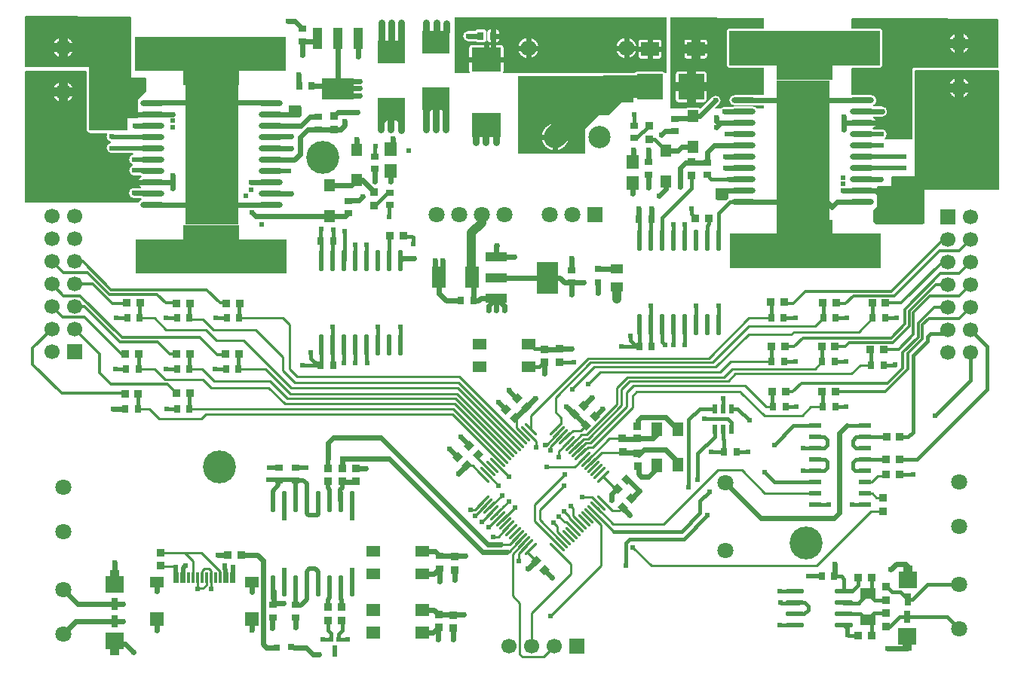
<source format=gtl>
G04 Layer: TopLayer*
G04 EasyEDA Pro v2.1.57.773a98f1.225d47, 2025-02-25 21:56:38*
G04 Gerber Generator version 0.3*
G04 Scale: 100 percent, Rotated: No, Reflected: No*
G04 Dimensions in millimeters*
G04 Leading zeros omitted, absolute positions, 3 integers and 5 decimals*
%FSLAX35Y35*%
%MOMM*%
%AMRect*21,1,$1,$2,0,0,$3*%
%AMPolygonMacro1*4,1,9,1.05001,-0.56999,0.55001,-0.56999,0.55001,-1.25,-0.55001,-1.25,-0.55001,-0.57499,-0.55001,-0.56999,-1.05001,-0.56999,-1.05001,1.25,1.05001,1.25,1.05001,-0.56999,0*%
%AMPolygonMacro2*4,1,9,-1.05001,0.56999,-0.55001,0.56999,-0.55001,1.25,0.55001,1.25,0.55001,0.57499,0.55001,0.56999,1.05001,0.56999,1.05001,-1.25,-1.05001,-1.25,-1.05001,0.56999,0*%
%AMOval*1,1,$1,$2,$3*1,1,$1,$4,$5*20,1,$1,$2,$3,$4,$5,0*%
%ADD8191C,0.2032*%
%ADD10C,1.0*%
%ADD11C,0.6*%
%ADD12C,0.254*%
%ADD13C,3.7*%
%ADD14R,1.5X1.273*%
%ADD15R,0.8014X0.8*%
%ADD16R,0.8X0.8*%
%ADD17R,1.37701X1.13254*%
%ADD18Rect,0.8X0.9X-135.01*%
%ADD19Rect,0.8X0.9X134.96*%
%ADD20Rect,0.8X0.9X-135.17*%
%ADD21Rect,0.8X0.9X-45.0*%
%ADD22Rect,0.8X0.9X-44.86*%
%ADD23Rect,0.8X0.9X-90.05*%
%ADD24Rect,0.80648X0.86401X89.92*%
%ADD25R,1.7X1.7*%
%ADD26C,1.7*%
%ADD27R,0.8X0.9*%
%ADD28R,0.8X0.9*%
%ADD29R,0.8X0.9*%
%ADD30Rect,0.8X0.9X-89.57*%
%ADD31Rect,0.8X0.9X89.9*%
%ADD32R,1.365X0.55999*%
%ADD33R,0.80648X0.86401*%
%ADD34R,0.86401X0.80648*%
%ADD35R,0.9X0.8*%
%ADD36R,0.9X0.8*%
%ADD37R,0.86401X0.80648*%
%ADD38O,2.6955X0.651*%
%ADD39R,5.99999X15.89999*%
%ADD40R,3.29999X2.69999*%
%ADD41R,0.80648X0.86401*%
%ADD42R,1.8X1.8*%
%ADD43C,1.8*%
%ADD44R,2.46499X1.05001*%
%ADD45R,2.46499X3.54*%
%ADD46O,2.045X0.58801*%
%ADD47R,0.75001X1.38001*%
%ADD48PolygonMacro1*%
%ADD49R,0.75001X1.38001*%
%ADD50PolygonMacro2*%
%ADD51R,1.70101X1.20752*%
%ADD52Rect,0.80648X0.86401X90.35*%
%ADD53Rect,1.6X1.2X-89.96*%
%ADD54Rect,1.273X1.5X-90.05*%
%ADD55Rect,0.8X0.9X-89.6*%
%ADD56R,0.80648X0.86401*%
%ADD57R,1.05001X2.46499*%
%ADD58R,3.54X2.46499*%
%ADD59R,5.99999X15.89999*%
%ADD60C,2.49999*%
%ADD61R,1.5X1.5*%
%ADD62R,1.5X1.2*%
%ADD63R,0.3X1.15001*%
%ADD64O,0.57399X2.4005*%
%ADD65R,1.7X1.7*%
%ADD66R,1.7X1.7*%
%ADD67Rect,0.8X0.9X136.24*%
%ADD68Rect,0.8X0.9X-46.38*%
%ADD69Rect,0.8X0.9X-135.16*%
%ADD70R,2.04638X1.62001*%
%ADD71R,2.91X2.91061*%
%ADD72Rect,0.8X0.9X-135.35*%
%ADD73R,0.532X1.07201*%
%ADD74Oval,0.3X0.60104X-0.60104X-0.60104X0.60104*%
%ADD75Oval,0.3X-0.60104X-0.60104X0.60104X0.60104*%
%ADD76R,0.8X0.8*%
%ADD77R,1.3589X1.5*%
%ADD78R,1.3589X1.5*%
%ADD79R,1.50625X2.37599*%
%ADD80R,3.0099X2.49999*%
%ADD81R,3.0099X2.49999*%
%ADD82R,1.2X1.4*%
%ADD83R,1.2X1.4*%
%ADD84R,0.4699X0.5207*%
%ADD85R,0.5207X0.5207*%
%ADD86C,0.61*%
%ADD87C,0.6096*%
%ADD88C,0.45*%
%ADD89C,0.4*%
%ADD90C,0.5*%
%ADD91C,0.55*%
%ADD92C,2.0*%
%ADD93C,0.8*%
%ADD94C,0.28*%
%ADD95C,0.3*%
G75*


G04 Copper Start*
G36*
G01X4764211Y4720163D02*
G01X4760163Y4724211D01*
G01Y5422929D01*
G03X4750003Y5433089I-10160J0D01*
G01X4035814D01*
G01Y5987397D01*
G01X5214627Y5984565D01*
G01Y5310003D01*
G03X5224787Y5299843I10160J0D01*
G01X5389843D01*
G01Y5154211D01*
G01X5299805Y5064174D01*
G03X5296829Y5056989I7184J-7184D01*
G01Y5040136D01*
G03X5293641Y5019500I65175J-20635D01*
G03X5296829Y4998865I68364J0D01*
G01Y4913136D01*
G03X5293641Y4892500I65175J-20635D01*
G03X5296829Y4871865I68364J0D01*
G01Y4857150D01*
G01X5186539D01*
G03X5179355Y4854175I0J-10160D01*
G01Y4854174D01*
G01X5178806Y4853625D01*
G01X5178805D01*
G03X5175830Y4846441I7184J-7184D01*
G01Y4720163D01*
G01X4764211D01*
G37*
%LPC*%
G36*
G01X4335185Y5642989D02*
G03X4460999Y5517175I125814J0D01*
G03X4586813Y5642989I0J125814D01*
G03X4460999Y5768803I-125814J0D01*
G03X4335185Y5642989I0J-125814D01*
G37*
%LPD*%
G36*
G01X4036150Y3908150D02*
G01X4036150Y5369490D01*
G01X4714189D01*
G01Y4720003D01*
G01Y4720002D01*
G03X4724678Y4694678I35814J0D01*
G01X4734678Y4684678D01*
G03X4760003Y4674189I25324J25324D01*
G01X4949567D01*
G03X4940544Y4640792I57291J-33396D01*
G03X4990068Y4576639I66314J0D01*
G03X4940544Y4512485I16790J-64153D01*
G03X5006858Y4446171I66314J0D01*
G03X5026578Y4449171I0J66314D01*
G01X5242272D01*
G03X5192682Y4385001I16725J-64170D01*
G03X5237337Y4322324I66314J0D01*
G03X5193682Y4260001I22659J-62323D01*
G03X5259996Y4193687I66314J0D01*
G03X5286439Y4199187I0J66314D01*
G01X5326322D01*
G03X5336679Y4194000I35682J58313D01*
G03X5293641Y4130500I25326J-63500D01*
G03X5326925Y4071823I68364J0D01*
G01X5264155D01*
G03X5256026Y4072323I-8129J-65814D01*
G03X5189712Y4006009I0J-66314D01*
G03X5256026Y3939695I66314J0D01*
G03X5264155Y3940195I0J66314D01*
G01X5336196D01*
G01X5336679Y3940000D01*
G03X5301408Y3908150I25326J-63500D01*
G01X4036150D01*
G37*
%LPC*%
G36*
G01X4460999Y5017176D02*
G03X4586813Y5142990I0J125814D01*
G03X4460999Y5268804I-125814J0D01*
G03X4335185Y5142990I0J-125814D01*
G03X4460999Y5017176I125814J0D01*
G37*
%LPD*%
G36*
G01X11216373Y5355870D02*
G03X11192483Y5372174I-23889J-9350D01*
G01X10901483D01*
G03X10877594Y5355870I0J-25654D01*
G01X9396514D01*
G03X9403646Y5373620I-18522J17750D01*
G01Y5643619D01*
G03X9377992Y5669273I-25654J0D01*
G01X9047993D01*
G03X9022339Y5643619I0J-25654D01*
G01Y5373620D01*
G03X9029470Y5355870I25654J0D01*
G01X8860710D01*
G01Y5985965D01*
G01X11239720Y5980249D01*
G01Y5355870D01*
G01X11216373D01*
G37*
%LPC*%
G36*
G01X10922465Y5544988D02*
G03X10948119Y5519334I25654J0D01*
G01X11152756D01*
G03X11178410Y5544988I0J25654D01*
G01Y5706989D01*
G03X11152756Y5732643I-25654J0D01*
G01X10948119D01*
G03X10922465Y5706989I0J-25654D01*
G01Y5544988D01*
G37*
G36*
G01X10783978Y5521335D02*
G03X10899632Y5636989I0J115654D01*
G03X10783978Y5752643I-115654J0D01*
G03X10668325Y5636989I0J-115654D01*
G03X10783978Y5521335I115654J0D01*
G37*
G36*
G01X9568327Y5636989D02*
G03X9683981Y5521335I115654J0D01*
G03X9799634Y5636989I0J115654D01*
G03X9683981Y5752643I-115654J0D01*
G03X9568327Y5636989I0J-115654D01*
G37*
G36*
G01X9087271Y5715335D02*
G03X9108990Y5703334I21719J13654D01*
G01X9188990D01*
G03X9214644Y5728988I0J25654D01*
G01Y5818988D01*
G03X9188990Y5844642I-25654J0D01*
G01X9108990D01*
G03X9084504Y5826642I0J-25654D01*
G01X9014461D01*
G03X9006983Y5827143I-7478J-55654D01*
G03X8950829Y5770988I0J-56154D01*
G03X9006983Y5714834I56154J0D01*
G03X9014461Y5715335I0J56154D01*
G01X9087271D01*
G37*
G36*
G01X9223341Y5728988D02*
G03X9248995Y5703334I25654J0D01*
G01X9328995D01*
G03X9354649Y5728988I0J25654D01*
G01Y5818988D01*
G03X9328995Y5844642I-25654J0D01*
G01X9248995D01*
G03X9223341Y5818988I0J-25654D01*
G01Y5728988D01*
G37*
%LPD*%
G36*
G01X9572978Y4446994D02*
G01X9571981Y4447991D01*
G01Y5320989D01*
G01X10860172D01*
G01Y5022690D01*
G01X10727678D01*
G01X10588979Y4883990D01*
G01X10476280D01*
G01X10323328Y4731038D01*
G01Y4446994D01*
G01X9572978D01*
G37*
%LPC*%
G36*
G01X9983980Y4486337D02*
G03X10134634Y4636991I0J150654D01*
G03X9983980Y4787644I-150654J0D01*
G03X9833326Y4636991I0J-150654D01*
G03X9983980Y4486337I150654J0D01*
G37*
%LPD*%
G36*
G01X12251021Y4956000D02*
G03X12203431Y4980695I-47591J-33509D01*
G01X11998981D01*
G03X11983697Y4978653I0J-58204D01*
G01X11894484D01*
G03X11887006Y4979153I-7478J-55654D01*
G03X11841573Y4956000I0J-56154D01*
G01X11773693D01*
G01X11820042Y5002349D01*
G03X11842130Y5046990I-34066J44641D01*
G03X11785976Y5103144I-56154J0D01*
G03X11741336Y5081056I0J-56154D01*
G01X11616280Y4956000D01*
G01X11616145D01*
G03X11594987Y4967146I-21157J-14508D01*
G01X11474987D01*
G03X11453830Y4956000I0J-25654D01*
G01X11277000D01*
G01Y5980160D01*
G01X12331000Y5977628D01*
G01Y5854097D01*
G01X11938461D01*
G03X11912807Y5828443I0J-25654D01*
G01Y5441083D01*
G03X11938461Y5415429I25654J0D01*
G01X12331000D01*
G01Y5106169D01*
G01X12216671D01*
G03X12203431Y5107695I-13241J-56678D01*
G01X11998981D01*
G03X11940777Y5049491I0J-58204D01*
G03X11998981Y4991287I58204J0D01*
G01X12203431D01*
G03X12223513Y4994861I0J58204D01*
G01X12331000D01*
G01Y4956000D01*
G01X12251021D01*
G37*
%LPC*%
G36*
G01X11341818Y5055459D02*
G03X11367472Y5029805I25654J0D01*
G01X11658472D01*
G03X11684126Y5055459I0J25654D01*
G01Y5346520D01*
G03X11658472Y5372174I-25654J0D01*
G01X11367472D01*
G03X11341818Y5346520I0J-25654D01*
G01Y5055459D01*
G37*
G36*
G01X11435545Y5544988D02*
G03X11461199Y5519334I25654J0D01*
G01X11665836D01*
G03X11691490Y5544988I0J25654D01*
G01Y5706989D01*
G03X11665836Y5732643I-25654J0D01*
G01X11461199D01*
G03X11435545Y5706989I0J-25654D01*
G01Y5544988D01*
G37*
%LPD*%
G36*
G01X13694736Y4618150D02*
G03X13717317Y4667999I-43733J49849D01*
G03X13651003Y4734313I-66314J0D01*
G03X13624560Y4728813I0J-66314D01*
G01X13565138D01*
G03X13558294Y4731991I-32170J-60322D01*
G03X13601332Y4795491I-25326J63500D01*
G03X13564445Y4856178I-68364J0D01*
G01X13646844D01*
G03X13654973Y4855678I8129J65814D01*
G03X13721287Y4921992I0J66314D01*
G03X13654973Y4988306I-66314J0D01*
G03X13646844Y4987806I0J-66314D01*
G01X13562439D01*
G03X13601332Y5049491I-29471J61685D01*
G03X13532968Y5117855I-68364J0D01*
G01X13328518D01*
G03X13319130Y5117207I0J-68364D01*
G01Y5405269D01*
G01X13631527D01*
G03X13667341Y5441083I0J35814D01*
G01Y5828443D01*
G03X13631527Y5864257I-35814J0D01*
G01X13319130D01*
G01Y5963830D01*
G01X13845078D01*
G01X14954820Y5961164D01*
G01Y5425817D01*
G01X14020381D01*
G03X13984567Y5390003I0J-35814D01*
G01Y4618150D01*
G01X13694736D01*
G37*
%LPC*%
G36*
G01X14396175Y5689989D02*
G03X14521988Y5564175I125814J0D01*
G03X14647802Y5689989I0J125814D01*
G03X14521988Y5815802I-125814J0D01*
G03X14396175Y5689989I0J-125814D01*
G37*
%LPD*%
G36*
G01X13593229Y3662474D02*
G01X13568493Y3687210D01*
G01Y3810119D01*
G01X13606192Y3847818D01*
G03X13609167Y3855002I-7184J7184D01*
G01Y4080297D01*
G01X13757209D01*
G03X13767369Y4090457I0J10160D01*
G01Y4185967D01*
G01X14020381D01*
G03X14030541Y4196127I0J10160D01*
G01Y5379843D01*
G01X14964186D01*
G01Y4053896D01*
G01X14130008D01*
G03X14119848Y4043736I0J-10160D01*
G01Y3672512D01*
G01X14109809Y3662474D01*
G01X13593229D01*
G37*
%LPC*%
G36*
G01X14521988Y5064176D02*
G03X14647802Y5189990I0J125814D01*
G03X14521988Y5315803I-125814J0D01*
G03X14396175Y5189990I0J-125814D01*
G03X14521988Y5064176I125814J0D01*
G37*
%LPD*%
G54D8191*
G01X4764211Y4720163D02*
G01X4760163Y4724211D01*
G01Y5422929D01*
G03X4750003Y5433089I-10160J0D01*
G01X4035814D01*
G01Y5987397D01*
G01X5214627Y5984565D01*
G01Y5310003D01*
G03X5224787Y5299843I10160J0D01*
G01X5389843D01*
G01Y5154211D01*
G01X5299805Y5064174D01*
G03X5296829Y5056989I7184J-7184D01*
G01Y5040136D01*
G03X5293641Y5019500I65175J-20635D01*
G03X5296829Y4998865I68364J0D01*
G01Y4913136D01*
G03X5293641Y4892500I65175J-20635D01*
G03X5296829Y4871865I68364J0D01*
G01Y4857150D01*
G01X5186539D01*
G03X5179355Y4854175I0J-10160D01*
G01Y4854174D01*
G01X5178806Y4853625D01*
G01X5178805D01*
G03X5175830Y4846441I7184J-7184D01*
G01Y4720163D01*
G01X4764211D01*
G01X4335185Y5642989D02*
G03X4460999Y5517175I125814J0D01*
G03X4586813Y5642989I0J125814D01*
G03X4460999Y5768803I-125814J0D01*
G03X4335185Y5642989I0J-125814D01*
G01X4036150Y3908150D02*
G01X4036150Y5369490D01*
G01X4714189D01*
G01Y4720003D01*
G01Y4720002D01*
G03X4724678Y4694678I35814J0D01*
G01X4734678Y4684678D01*
G03X4760003Y4674189I25324J25324D01*
G01X4949567D01*
G03X4940544Y4640792I57291J-33396D01*
G03X4990068Y4576639I66314J0D01*
G03X4940544Y4512485I16790J-64153D01*
G03X5006858Y4446171I66314J0D01*
G03X5026578Y4449171I0J66314D01*
G01X5242272D01*
G03X5192682Y4385001I16725J-64170D01*
G03X5237337Y4322324I66314J0D01*
G03X5193682Y4260001I22659J-62323D01*
G03X5259996Y4193687I66314J0D01*
G03X5286439Y4199187I0J66314D01*
G01X5326322D01*
G03X5336679Y4194000I35682J58313D01*
G03X5293641Y4130500I25326J-63500D01*
G03X5326925Y4071823I68364J0D01*
G01X5264155D01*
G03X5256026Y4072323I-8129J-65814D01*
G03X5189712Y4006009I0J-66314D01*
G03X5256026Y3939695I66314J0D01*
G03X5264155Y3940195I0J66314D01*
G01X5336196D01*
G01X5336679Y3940000D01*
G03X5301408Y3908150I25326J-63500D01*
G01X4036150D01*
G01X4460999Y5017176D02*
G03X4586813Y5142990I0J125814D01*
G03X4460999Y5268804I-125814J0D01*
G03X4335185Y5142990I0J-125814D01*
G03X4460999Y5017176I125814J0D01*
G01X13694736Y4618150D02*
G03X13717317Y4667999I-43733J49849D01*
G03X13651003Y4734313I-66314J0D01*
G03X13624560Y4728813I0J-66314D01*
G01X13565138D01*
G03X13558294Y4731991I-32170J-60322D01*
G03X13601332Y4795491I-25326J63500D01*
G03X13564445Y4856178I-68364J0D01*
G01X13646844D01*
G03X13654973Y4855678I8129J65814D01*
G03X13721287Y4921992I0J66314D01*
G03X13654973Y4988306I-66314J0D01*
G03X13646844Y4987806I0J-66314D01*
G01X13562439D01*
G03X13601332Y5049491I-29471J61685D01*
G03X13532968Y5117855I-68364J0D01*
G01X13328518D01*
G03X13319130Y5117207I0J-68364D01*
G01Y5405269D01*
G01X13631527D01*
G03X13667341Y5441083I0J35814D01*
G01Y5828443D01*
G03X13631527Y5864257I-35814J0D01*
G01X13319130D01*
G01Y5963830D01*
G01X13845078D01*
G01X14954820Y5961164D01*
G01Y5425817D01*
G01X14020381D01*
G03X13984567Y5390003I0J-35814D01*
G01Y4618150D01*
G01X13694736D01*
G01X14396175Y5689989D02*
G03X14521988Y5564175I125814J0D01*
G03X14647802Y5689989I0J125814D01*
G03X14521988Y5815802I-125814J0D01*
G03X14396175Y5689989I0J-125814D01*
G01X13593229Y3662474D02*
G01X13568493Y3687210D01*
G01Y3810119D01*
G01X13606192Y3847818D01*
G03X13609167Y3855002I-7184J7184D01*
G01Y4080297D01*
G01X13757209D01*
G03X13767369Y4090457I0J10160D01*
G01Y4185967D01*
G01X14020381D01*
G03X14030541Y4196127I0J10160D01*
G01Y5379843D01*
G01X14964186D01*
G01Y4053896D01*
G01X14130008D01*
G03X14119848Y4043736I0J-10160D01*
G01Y3672512D01*
G01X14109809Y3662474D01*
G01X13593229D01*
G01X14521988Y5064176D02*
G03X14647802Y5189990I0J125814D01*
G03X14521988Y5315803I-125814J0D01*
G03X14396175Y5189990I0J-125814D01*
G03X14521988Y5064176I125814J0D01*
G54D10*
G01X4460999Y5642989D02*
G01X4460999Y5758897D01*
G01X4460999Y5642989D02*
G01X4460999Y5527081D01*
G01X4460999Y5642989D02*
G01X4576907Y5642989D01*
G01X4460999Y5642989D02*
G01X4345091Y5642989D01*
G01X14521988Y5189990D02*
G01X14521988Y5074082D01*
G01X14521988Y5189990D02*
G01X14521988Y5305897D01*
G01X14521988Y5189990D02*
G01X14406081Y5189990D01*
G01X14521988Y5189990D02*
G01X14637896Y5189990D01*
G54D11*
G01X9983980Y4636991D02*
G01X10134888Y4636991D01*
G01X9983980Y4636991D02*
G01X9833072Y4636991D01*
G01X9983980Y4636991D02*
G01X9983980Y4486083D01*
G01X9983980Y4636991D02*
G01X9983980Y4787898D01*
G54D12*
G01X13430743Y4795491D02*
G01X13591426Y4795491D01*
G54D10*
G01X14521988Y5689989D02*
G01X14521988Y5574081D01*
G01X14521988Y5689989D02*
G01X14521988Y5805896D01*
G01X14521988Y5689989D02*
G01X14406081Y5689989D01*
G01X14521988Y5689989D02*
G01X14637896Y5689989D01*
G01X4460999Y5142990D02*
G01X4460999Y5258898D01*
G01X4460999Y5142990D02*
G01X4460999Y5027082D01*
G01X4460999Y5142990D02*
G01X4576907Y5142990D01*
G01X4460999Y5142990D02*
G01X4345091Y5142990D01*
G01X11512972Y5200990D02*
G01X11341564Y5200990D01*
G01X11512972Y5200990D02*
G01X11684380Y5200990D01*
G01X11512972Y5200990D02*
G01X11512972Y5372428D01*
G01X11512972Y5200990D02*
G01X11512972Y5029551D01*
G01X11563517Y5625989D02*
G01X11435291Y5625989D01*
G01X11563517Y5625989D02*
G01X11691744Y5625989D01*
G01X11563517Y5625989D02*
G01X11563517Y5732897D01*
G01X11563517Y5625989D02*
G01X11563517Y5519080D01*
G54D11*
G01X9212992Y5508620D02*
G01X9212992Y5669527D01*
G01X9212992Y5508620D02*
G01X9403900Y5508620D01*
G01X9212992Y5508620D02*
G01X9022085Y5508620D01*
G01X9288995Y5773988D02*
G01X9354903Y5773988D01*
G01X9288995Y5773988D02*
G01X9288995Y5703080D01*
G01X9288995Y5773988D02*
G01X9288995Y5844896D01*
G01X11050437Y5625989D02*
G01X10922211Y5625989D01*
G01X11050437Y5625989D02*
G01X11178664Y5625989D01*
G01X11050437Y5625989D02*
G01X11050437Y5732897D01*
G01X11050437Y5625989D02*
G01X11050437Y5519080D01*
G01X9683981Y5636989D02*
G01X9799888Y5636989D01*
G01X9683981Y5636989D02*
G01X9568073Y5636989D01*
G01X9683981Y5636989D02*
G01X9683981Y5521081D01*
G01X9683981Y5636989D02*
G01X9683981Y5752897D01*
G01X10783978Y5636989D02*
G01X10899886Y5636989D01*
G01X10783978Y5636989D02*
G01X10668071Y5636989D01*
G01X10783978Y5636989D02*
G01X10783978Y5521081D01*
G01X10783978Y5636989D02*
G01X10783978Y5752897D01*
G04 Copper End*

G04 Rect Start*
G36*
G01X12471943Y5479776D02*
G01X12471943Y5282416D01*
G01X13098003D01*
G01Y5479776D01*
G01X12471943D01*
G37*
G36*
G01X11938461Y5828443D02*
G01X11938461Y5441083D01*
G01X13631527D01*
G01Y5828443D01*
G01X11938461D01*
G37*
G36*
G01X13098058Y3510692D02*
G01X13098058Y3708052D01*
G01X12471998D01*
G01Y3510692D01*
G01X13098058D01*
G37*
G36*
G01X13641540Y3162025D02*
G01X13641540Y3549385D01*
G01X11948474D01*
G01Y3162025D01*
G01X13641540D01*
G37*
G36*
G01X6439056Y3448224D02*
G01X6439056Y3645584D01*
G01X5812996D01*
G01Y3448224D01*
G01X6439056D01*
G37*
G36*
G01X6972538Y3099557D02*
G01X6972538Y3486917D01*
G01X5279472D01*
G01Y3099557D01*
G01X6972538D01*
G37*
G36*
G01X5812941Y5417308D02*
G01X5812941Y5219948D01*
G01X6439001D01*
G01Y5417308D01*
G01X5812941D01*
G37*
G36*
G01X5269459Y5765975D02*
G01X5269459Y5378615D01*
G01X6962525D01*
G01Y5765975D01*
G01X5269459D01*
G37*
G04 Rect End*

G04 Pad Start*
G54D13*
G01X7375985Y4407991D03*
G01X6216988Y931998D03*
G01X12804974Y76000D03*
G54D14*
G01X9685014Y2053008D03*
G01X9135003Y2052994D03*
G01X9134996Y2306994D03*
G01X9685008Y2307008D03*
G54D16*
G01X10465317Y2998047D03*
G01X10464631Y3157940D03*
G54D17*
G01X10673979Y3154994D03*
G01X10673979Y2954994D03*
G54D18*
G01X10331468Y1392510D03*
G01X10430490Y1491485D03*
G54D19*
G01X9768518Y-132463D03*
G01X9867442Y-231536D03*
G54D20*
G01X10741336Y472644D03*
G01X10840621Y571354D03*
G54D21*
G01X8989501Y942498D03*
G01X8890509Y1041503D03*
G54D22*
G01X9534603Y1474621D03*
G01X9435359Y1573373D03*
G54D23*
G01X9863944Y2107999D03*
G01X9864064Y2248004D03*
G54D24*
G01X10034513Y2253517D03*
G01X10034299Y2102844D03*
G54D25*
G01X10231005Y-1084000D03*
G54D26*
G01X9977005Y-1084000D03*
G01X9723005Y-1084000D03*
G01X9469005Y-1084000D03*
G54D27*
G01X12556977Y2110996D03*
G01X12416973Y2110996D03*
G54D28*
G01X13530970Y2073996D03*
G01X13670975Y2073996D03*
G54D29*
G01X5740001Y1580001D03*
G01X5880006Y1580001D03*
G01X5160000Y1580001D03*
G01X5300005Y1580001D03*
G01X5740001Y2030001D03*
G01X5880006Y2030001D03*
G01X5166087Y2030001D03*
G01X5306092Y2030001D03*
G01X5180001Y2600009D03*
G01X5320005Y2600009D03*
G54D27*
G01X6430006Y2029993D03*
G01X6290001Y2029993D03*
G54D29*
G01X6300001Y2600009D03*
G01X6440006Y2600009D03*
G54D27*
G01X13135201Y2602991D03*
G01X12995197Y2602991D03*
G54D30*
G01X10911439Y936778D03*
G01X10910390Y1076779D03*
G54D31*
G01X10908029Y1385919D03*
G01X10907786Y1245915D03*
G54D32*
G01X12906750Y1391500D03*
G01X12906750Y1264500D03*
G01X12906750Y1137500D03*
G01X12906750Y1010500D03*
G01X12906750Y883500D03*
G01X12906750Y756500D03*
G01X12906750Y629500D03*
G01X12906750Y502500D03*
G01X13463264Y502500D03*
G01X13463264Y629500D03*
G01X13463264Y756500D03*
G01X13463264Y883500D03*
G01X13463264Y1010500D03*
G01X13463264Y1137500D03*
G01X13463264Y1264500D03*
G01X13463264Y1391500D03*
G54D33*
G01X13855344Y1270001D03*
G01X13704671Y1270001D03*
G01X13850331Y1010500D03*
G01X13699659Y1010500D03*
G01X13852331Y839499D03*
G01X13701659Y839499D03*
G54D34*
G01X7499034Y4718660D03*
G01X7499034Y4869333D03*
G54D35*
G01X7324034Y4863994D03*
G01X7324034Y4723989D03*
G01X8125033Y4013001D03*
G01X8125033Y3872996D03*
G01X7664033Y3920001D03*
G01X7664033Y3779996D03*
G54D36*
G01X7961033Y4276995D03*
G01X7961033Y4417000D03*
G54D34*
G01X7952033Y3867667D03*
G01X7952033Y4018340D03*
G54D36*
G01X11689955Y4209982D03*
G01X11689955Y4349987D03*
G01X10874978Y4624988D03*
G01X10874978Y4764993D03*
G01X11330977Y4702988D03*
G01X11330977Y4842993D03*
G54D35*
G01X11034978Y4355995D03*
G01X11034978Y4215991D03*
G54D37*
G01X11040203Y4765126D03*
G01X11040203Y4614453D03*
G54D38*
G01X12101206Y5049491D03*
G01X12101206Y4922491D03*
G01X12101206Y4795491D03*
G01X12101206Y4668491D03*
G01X12101206Y4541491D03*
G01X12101206Y4414491D03*
G01X12101206Y4287491D03*
G01X12101206Y4160491D03*
G01X12101206Y4033491D03*
G01X12101206Y3906491D03*
G01X13430743Y5049491D03*
G01X13430743Y4922491D03*
G01X13430743Y4795491D03*
G01X13430743Y4668491D03*
G01X13430743Y4541491D03*
G01X13430743Y4414491D03*
G01X13430743Y4287491D03*
G01X13430743Y4160491D03*
G01X13430743Y4033491D03*
G01X13430743Y3906491D03*
G54D39*
G01X12765974Y4477991D03*
G54D37*
G01X11519977Y4355328D03*
G01X11519977Y4204655D03*
G54D40*
G01X9212992Y4771359D03*
G01X9212992Y5508620D03*
G54D29*
G01X9148990Y5773988D03*
G01X9288995Y5773988D03*
G54D41*
G01X5734662Y1754001D03*
G01X5885334Y1754001D03*
G01X5734662Y2196994D03*
G01X5885334Y2196994D03*
G01X5174661Y2770003D03*
G01X5325334Y2770003D03*
G01X6294662Y2768009D03*
G01X6445335Y2768009D03*
G54D33*
G01X5305334Y1753012D03*
G01X5154661Y1753012D03*
G01X5311421Y2202007D03*
G01X5160748Y2202007D03*
G01X6435345Y2196987D03*
G01X6284672Y2196987D03*
G54D42*
G01X10428981Y3766992D03*
G54D43*
G01X10174981Y3766992D03*
G01X9920981Y3766992D03*
G01X9412981Y3766992D03*
G01X9158981Y3766992D03*
G01X8904981Y3766992D03*
G01X8650981Y3766992D03*
G54D29*
G01X8928978Y2795994D03*
G01X9068983Y2795994D03*
G54D44*
G01X9326231Y3286991D03*
G01X9326231Y3056994D03*
G01X9326231Y2826997D03*
G54D45*
G01X9897731Y3056994D03*
G54D35*
G01X10169980Y3139996D03*
G01X10169980Y2999991D03*
G54D28*
G01X10927976Y2285995D03*
G01X11067980Y2285995D03*
G01X10923976Y3709993D03*
G01X11063980Y3709993D03*
G54D41*
G01X8128647Y3530993D03*
G01X8279320Y3530993D03*
G54D29*
G01X7353983Y2067996D03*
G01X7493988Y2067996D03*
G54D28*
G01X7351450Y3470557D03*
G01X7491454Y3470557D03*
G54D33*
G01X11709313Y3724993D03*
G01X11558640Y3724993D03*
G54D46*
G01X12674756Y-471483D03*
G01X12674756Y-598483D03*
G01X12674756Y-725483D03*
G01X12674756Y-852483D03*
G01X13229238Y-471483D03*
G01X13229238Y-598483D03*
G01X13229238Y-725483D03*
G01X13229238Y-852483D03*
G54D34*
G01X13701973Y-869335D03*
G01X13701973Y-718662D03*
G54D37*
G01X13701973Y-420663D03*
G01X13701973Y-571335D03*
G54D47*
G01X13940971Y-759394D03*
G54D48*
G01X13940971Y-1014604D03*
G54D49*
G01X13942972Y-560606D03*
G54D50*
G01X13942972Y-305396D03*
G54D33*
G01X13539309Y-970998D03*
G01X13388637Y-970998D03*
G01X13537309Y-318999D03*
G01X13386637Y-318999D03*
G54D27*
G01X13116998Y-300983D03*
G01X12976993Y-300983D03*
G54D51*
G01X13497972Y-787878D03*
G01X13497972Y-492120D03*
G54D47*
G01X5037990Y-810391D03*
G54D48*
G01X5037990Y-1065601D03*
G54D49*
G01X5037990Y-611606D03*
G54D50*
G01X5037990Y-356396D03*
G54D43*
G01X14521988Y5189990D03*
G01X14521988Y5689989D03*
G01X4460999Y5642989D03*
G01X4460999Y5142990D03*
G54D14*
G01X8495010Y-277000D03*
G01X7944999Y-277000D03*
G01X7944999Y-23000D03*
G01X8495010Y-23000D03*
G54D36*
G01X8688030Y-211011D03*
G01X8688030Y-71006D03*
G54D37*
G01X8853093Y-78457D03*
G01X8853093Y-229130D03*
G54D52*
G01X10740522Y1247279D03*
G01X10741453Y1096609D03*
G54D53*
G01X11125856Y1348918D03*
G01X11126120Y948919D03*
G01X11366099Y949077D03*
G01X11365835Y1349076D03*
G54D54*
G01X8494907Y-937225D03*
G01X7944895Y-936776D03*
G01X7945102Y-682776D03*
G01X8495114Y-683225D03*
G54D55*
G01X8676527Y-875006D03*
G01X8675544Y-735004D03*
G54D37*
G01X8840851Y-737484D03*
G01X8840851Y-888157D03*
G54D27*
G01X12550009Y2602991D03*
G01X12410004Y2602991D03*
G01X13689975Y2602991D03*
G01X13549970Y2602991D03*
G54D56*
G01X12411644Y2280976D03*
G01X12562317Y2280976D03*
G01X13525631Y2248991D03*
G01X13676304Y2248991D03*
G01X12983820Y1770977D03*
G01X13134493Y1770977D03*
G54D27*
G01X13129154Y1600997D03*
G01X12989149Y1600997D03*
G54D33*
G01X5885345Y2767001D03*
G01X5734672Y2767001D03*
G54D27*
G01X5880006Y2600001D03*
G01X5740001Y2600001D03*
G01X13122976Y2108996D03*
G01X12982971Y2108996D03*
G01X12569977Y1600997D03*
G01X12429973Y1600997D03*
G54D33*
G01X12555350Y2777988D03*
G01X12404677Y2777988D03*
G01X13695314Y2772971D03*
G01X13544641Y2772971D03*
G01X13128315Y2284991D03*
G01X12977643Y2284991D03*
G01X12575316Y1770977D03*
G01X12424644Y1770977D03*
G54D56*
G01X12989868Y2775994D03*
G01X13140540Y2775994D03*
G54D57*
G01X7774976Y5748742D03*
G01X7544979Y5748742D03*
G01X7314982Y5748742D03*
G54D58*
G01X7544979Y5177242D03*
G54D29*
G01X7109983Y5210990D03*
G01X7249988Y5210990D03*
G54D35*
G01X7150980Y5852994D03*
G01X7150980Y5712989D03*
G54D38*
G01X6793767Y3876500D03*
G01X6793767Y4003500D03*
G01X6793767Y4130500D03*
G01X6793767Y4257500D03*
G01X6793767Y4384500D03*
G01X6793767Y4511500D03*
G01X6793767Y4638500D03*
G01X6793767Y4765500D03*
G01X6793767Y4892500D03*
G01X6793767Y5019500D03*
G01X5464230Y3876500D03*
G01X5464230Y4003500D03*
G01X5464230Y4130500D03*
G01X5464230Y4257500D03*
G01X5464230Y4384500D03*
G01X5464230Y4511500D03*
G01X5464230Y4638500D03*
G01X5464230Y4765500D03*
G01X5464230Y4892500D03*
G01X5464230Y5019500D03*
G54D59*
G01X6128998Y4448000D03*
G54D37*
G01X7431001Y-644662D03*
G01X7431001Y-795335D03*
G01X7587000Y-645662D03*
G01X7587000Y-796335D03*
G01X7438001Y914335D03*
G01X7438001Y763662D03*
G01X7593000Y914335D03*
G01X7593000Y763662D03*
G54D36*
G01X7072001Y-763001D03*
G01X7072001Y-622996D03*
G01X6814002Y-763001D03*
G01X6814002Y-622996D03*
G54D35*
G01X7068001Y918001D03*
G01X7068001Y777996D03*
G54D60*
G01X10483979Y4636991D03*
G01X9983980Y4636991D03*
G54D43*
G01X9683981Y5636989D03*
G01X10783978Y5636989D03*
G54D61*
G01X5514492Y-784022D03*
G54D62*
G01X5514492Y-364007D03*
G01X6579514Y-363982D03*
G54D61*
G01X6579514Y-784022D03*
G54D63*
G01X6379515Y-315976D03*
G01X5714492Y-315976D03*
G01X6354496Y-315976D03*
G01X5739511Y-315976D03*
G01X6299505Y-315976D03*
G01X5794502Y-315976D03*
G01X6274511Y-315976D03*
G01X5819496Y-315976D03*
G01X6222009Y-315976D03*
G01X6171997Y-315976D03*
G01X6122010Y-315976D03*
G01X6071997Y-315976D03*
G01X6022010Y-315976D03*
G01X5971997Y-315976D03*
G01X5922010Y-315976D03*
G01X5871997Y-315976D03*
G54D34*
G01X5554004Y-185336D03*
G01X5554004Y-34663D03*
G54D64*
G01X6814501Y-412031D03*
G01X6941501Y-412031D03*
G01X7068501Y-412031D03*
G01X7195501Y-412031D03*
G01X7322501Y-412031D03*
G01X7449501Y-412031D03*
G01X7576501Y-412031D03*
G01X7703501Y-412031D03*
G01X6814501Y538031D03*
G01X6941501Y538031D03*
G01X7068501Y538031D03*
G01X7195501Y538031D03*
G01X7322501Y538031D03*
G01X7449501Y538031D03*
G01X7576501Y538031D03*
G01X7703501Y538031D03*
G54D36*
G01X6888002Y776996D03*
G01X6888002Y917001D03*
G54D34*
G01X7752000Y763662D03*
G01X7752000Y914335D03*
G54D33*
G01X6462339Y-60000D03*
G01X6311666Y-60000D03*
G54D65*
G01X4588000Y2224000D03*
G54D26*
G01X4334000Y2224000D03*
G01X4588000Y2478000D03*
G01X4334000Y2478000D03*
G01X4588000Y2732000D03*
G01X4334000Y2732000D03*
G01X4588000Y2986000D03*
G01X4334000Y2986000D03*
G01X4588000Y3240000D03*
G01X4334000Y3240000D03*
G01X4588000Y3494000D03*
G01X4334000Y3494000D03*
G01X4588000Y3748000D03*
G01X4334000Y3748000D03*
G54D66*
G01X14396971Y3738994D03*
G54D26*
G01X14650971Y3738994D03*
G01X14396971Y3484994D03*
G01X14650971Y3484994D03*
G01X14396971Y3230994D03*
G01X14650971Y3230994D03*
G01X14396971Y2976994D03*
G01X14650971Y2976994D03*
G01X14396971Y2722994D03*
G01X14650971Y2722994D03*
G01X14396971Y2468994D03*
G01X14650971Y2468994D03*
G01X14396971Y2214994D03*
G01X14650971Y2214994D03*
G54D43*
G01X4459991Y700118D03*
G01X4459991Y200119D03*
G01X14522971Y260000D03*
G01X14522971Y759999D03*
G54D67*
G01X9562425Y1697416D03*
G01X9663536Y1600577D03*
G54D68*
G01X9116271Y1065317D03*
G01X9019693Y1166678D03*
G54D69*
G01X10203343Y1516636D03*
G01X10302616Y1615358D03*
G54D70*
G01X11563517Y5625989D03*
G01X11050437Y5625989D03*
G54D71*
G01X11512972Y5200990D03*
G01X11046983Y5200990D03*
G54D34*
G01X13663973Y431663D03*
G01X13663973Y582335D03*
G54D72*
G01X10687180Y682801D03*
G01X10786777Y781196D03*
G54D73*
G01X11966972Y1583907D03*
G01X11871976Y1583907D03*
G01X11776980Y1583907D03*
G01X11776980Y1354088D03*
G01X11871976Y1354088D03*
G01X11966972Y1354088D03*
G54D29*
G01X11879998Y1100000D03*
G01X12020003Y1100000D03*
G54D74*
G01X10521747Y538597D03*
G01X10486382Y503233D03*
G01X10451036Y467887D03*
G01X10415672Y432523D03*
G01X10380325Y397176D03*
G01X10344961Y361812D03*
G01X10309615Y326466D03*
G01X10274251Y291101D03*
G01X10238904Y255755D03*
G01X10203540Y220391D03*
G01X10168194Y185045D03*
G01X10132830Y149680D03*
G01X10097483Y114334D03*
G01X10062119Y78970D03*
G01X10026773Y43624D03*
G01X9991409Y8259D03*
G54D75*
G01X9708602Y8259D03*
G01X9673238Y43624D03*
G01X9637892Y78970D03*
G01X9602528Y114334D03*
G01X9567181Y149680D03*
G01X9531817Y185045D03*
G01X9496471Y220391D03*
G01X9461106Y255755D03*
G01X9425760Y291101D03*
G01X9390396Y326466D03*
G01X9355050Y361812D03*
G01X9319685Y397176D03*
G01X9284339Y432523D03*
G01X9248975Y467887D03*
G01X9213629Y503233D03*
G01X9178264Y538597D03*
G54D74*
G01X9178264Y821404D03*
G01X9213629Y856768D03*
G01X9248975Y892114D03*
G01X9284339Y927478D03*
G01X9319685Y962825D03*
G01X9355050Y998189D03*
G01X9390396Y1033535D03*
G01X9425760Y1068899D03*
G01X9461106Y1104246D03*
G01X9496471Y1139610D03*
G01X9531817Y1174956D03*
G01X9567181Y1210320D03*
G01X9602528Y1245667D03*
G01X9637892Y1281031D03*
G01X9673238Y1316377D03*
G01X9708602Y1351742D03*
G54D75*
G01X9991409Y1351742D03*
G01X10026773Y1316377D03*
G01X10062119Y1281031D03*
G01X10097483Y1245667D03*
G01X10132830Y1210320D03*
G01X10168194Y1174956D03*
G01X10203540Y1139610D03*
G01X10238904Y1104246D03*
G01X10274251Y1068899D03*
G01X10309615Y1033535D03*
G01X10344961Y998189D03*
G01X10380325Y962825D03*
G01X10415672Y927478D03*
G01X10451036Y892114D03*
G01X10486382Y856768D03*
G01X10521747Y821404D03*
G54D64*
G01X7361484Y2300964D03*
G01X7488484Y2300964D03*
G01X7615484Y2300964D03*
G01X7742484Y2300964D03*
G01X7869484Y2300964D03*
G01X7996484Y2300964D03*
G01X8123484Y2300964D03*
G01X8250484Y2300964D03*
G01X7361484Y3251025D03*
G01X7488484Y3251025D03*
G01X7615484Y3251025D03*
G01X7742484Y3251025D03*
G01X7869484Y3251025D03*
G01X7996484Y3251025D03*
G01X8123484Y3251025D03*
G01X8250484Y3251025D03*
G01X10932477Y2528963D03*
G01X11059477Y2528963D03*
G01X11186477Y2528963D03*
G01X11313477Y2528963D03*
G01X11440477Y2528963D03*
G01X11567477Y2528963D03*
G01X11694477Y2528963D03*
G01X11821477Y2528963D03*
G01X10932477Y3479025D03*
G01X11059477Y3479025D03*
G01X11186477Y3479025D03*
G01X11313477Y3479025D03*
G01X11440477Y3479025D03*
G01X11567477Y3479025D03*
G01X11694477Y3479025D03*
G01X11821477Y3479025D03*
G54D43*
G01X11899976Y747996D03*
G01X11899976Y-11997D03*
G54D76*
G01X7019948Y-1099660D03*
G01X6860055Y-1100346D03*
G54D77*
G01X8138032Y4496987D03*
G01X8138032Y4257008D03*
G54D78*
G01X10856979Y4119003D03*
G01X10856979Y4358983D03*
G54D79*
G01X9053035Y3057994D03*
G01X8680925Y3057994D03*
G54D80*
G01X8644993Y5066343D03*
G01X8644993Y5705635D03*
G54D81*
G01X8141994Y5590636D03*
G01X8141994Y4951343D03*
G54D43*
G01X4460000Y-451880D03*
G01X4460000Y-951879D03*
G01X14521971Y-891998D03*
G01X14521971Y-391999D03*
G54D82*
G01X7757023Y4149498D03*
G01X7757023Y4496487D03*
G01X7449994Y3746502D03*
G01X7449994Y4093492D03*
G54D83*
G01X11228988Y4483493D03*
G01X11228988Y4136503D03*
G01X11534987Y4871492D03*
G01X11534987Y4524503D03*
G54D84*
G01X7552005Y-1006998D03*
G01X7471995Y-1006998D03*
G54D85*
G01X7512000Y-1106998D03*
G04 Pad End*

G04 Via Start*
G54D86*
G01X10166984Y2256007D03*
G01X10191984Y2107007D03*
G01X11033950Y821160D03*
G01X11036274Y1483258D03*
G01X13754972Y-223000D03*
G01X13719973Y-1113998D03*
G01X12824976Y-297999D03*
G01X13268973Y-960998D03*
G01X11795007Y4744999D03*
G01X11799007Y4854999D03*
G01X11809007Y4036001D03*
G01X11809160Y3958001D03*
G01X11845809Y4797999D03*
G01X11887006Y4922999D03*
G01X11894507Y4415515D03*
G01X11894507Y4288515D03*
G01X11894507Y4035754D03*
G01X11895006Y3958001D03*
G01X11913320Y4669515D03*
G01X11919006Y4797999D03*
G01X11938006Y4164000D03*
G01X12002875Y5633990D03*
G01X12002875Y5764166D03*
G01X12005013Y5509003D03*
G01X12011819Y3352072D03*
G01X12011819Y3482248D03*
G01X12013957Y3227085D03*
G01X12198405Y5633990D03*
G01X12198405Y5764166D03*
G01X12200543Y5509003D03*
G01X12207349Y3352072D03*
G01X12207349Y3482248D03*
G01X12209487Y3227085D03*
G01X12393935Y5633990D03*
G01X12393935Y5764166D03*
G01X12396072Y5509003D03*
G01X12402878Y3352072D03*
G01X12402878Y3482248D03*
G01X12405016Y3227085D03*
G01X12540480Y3588333D03*
G01X12546875Y5380323D03*
G01X12589465Y5633990D03*
G01X12589465Y5764166D03*
G01X12591602Y5509003D03*
G01X12598408Y3352072D03*
G01X12598408Y3482248D03*
G01X12600546Y3227085D03*
G01X12784994Y5633990D03*
G01X12784994Y5764166D03*
G01X12785026Y3588333D03*
G01X12787132Y5509003D03*
G01X12791421Y5380323D03*
G01X12793938Y3352072D03*
G01X12793938Y3482248D03*
G01X12796076Y3227085D03*
G01X12980524Y5633990D03*
G01X12980524Y5764166D03*
G01X12982662Y5509003D03*
G01X12989468Y3352072D03*
G01X12989468Y3482248D03*
G01X12991606Y3227085D03*
G01X13029572Y3588333D03*
G01X13035967Y5380323D03*
G01X13176054Y5764166D03*
G01X13176054Y5633990D03*
G01X13178192Y5509003D03*
G01X13184998Y3482248D03*
G01X13184998Y3352072D03*
G01X13187135Y3227085D03*
G01X13218004Y4108000D03*
G01X13218004Y4179001D03*
G01X13218004Y4037000D03*
G01X13224004Y4794986D03*
G01X13224004Y4865986D03*
G01X13224004Y4723986D03*
G01X13371584Y5633990D03*
G01X13371584Y5764166D03*
G01X13373721Y5509003D03*
G01X13380527Y3352072D03*
G01X13380527Y3482248D03*
G01X13382665Y3227085D03*
G01X13567113Y5633990D03*
G01X13567113Y5764166D03*
G01X13569251Y5509003D03*
G01X13576057Y3352072D03*
G01X13576057Y3482248D03*
G01X13578195Y3227085D03*
G01X13615003Y3797001D03*
G01X13641555Y4164000D03*
G01X13651003Y4667999D03*
G01X13652003Y4543000D03*
G01X13654973Y4921992D03*
G01X13898002Y3806001D03*
G01X13900002Y3930001D03*
G01X13904141Y4415515D03*
G01X13904141Y4287208D03*
G01X13975972Y3929992D03*
G01X13975977Y3806001D03*
G01X11785976Y5046990D03*
G01X11035978Y4490991D03*
G01X10859978Y4490991D03*
G01X11388808Y4073998D03*
G01X5025955Y1576005D03*
G01X5618882Y1582020D03*
G01X5613698Y2030025D03*
G01X5046132Y2031007D03*
G01X5057559Y2600005D03*
G01X6164909Y2030021D03*
G01X6172878Y2600005D03*
G01X5618414Y2600005D03*
G01X13263152Y2602994D03*
G01X12680361Y2602967D03*
G01X12685975Y2112980D03*
G01X13805972Y2075996D03*
G01X13249974Y2110996D03*
G01X12693928Y1602982D03*
G01X13822972Y2604991D03*
G01X13250302Y1604479D03*
G01X11437977Y3654993D03*
G01X11310977Y3656993D03*
G01X11511977Y3834992D03*
G01X11065978Y3831992D03*
G01X10920978Y3831992D03*
G01X10857978Y3997992D03*
G01X11031978Y4072992D03*
G01X11152978Y3978992D03*
G01X11176978Y4659991D03*
G01X10875006Y4886705D03*
G01X9006983Y5770988D03*
G01X8763983Y5917988D03*
G01X8651484Y5920988D03*
G01X8538984Y5921988D03*
G01X8254097Y5921988D03*
G01X8146541Y5921988D03*
G01X8038985Y5921988D03*
G01X8027485Y4719814D03*
G01X8252484Y4715814D03*
G01X8139984Y4716814D03*
G01X8538427Y4719314D03*
G01X8753540Y4719314D03*
G01X8645983Y4719314D03*
G01X7791979Y5262993D03*
G01X7790979Y5182993D03*
G01X7789979Y5102993D03*
G01X5012997Y5121999D03*
G01X5012997Y5204999D03*
G01X5006858Y4512485D03*
G01X5006858Y4640792D03*
G01X4935022Y5204999D03*
G01X4935022Y5121999D03*
G01X6897042Y5700915D03*
G01X5919393Y5700915D03*
G01X6701512Y5700915D03*
G01X5332804Y5700915D03*
G01X6310453Y5700915D03*
G01X5723864Y5700915D03*
G01X6505983Y5700915D03*
G01X5528334Y5700915D03*
G01X6114923Y5700915D03*
G01X6899180Y5575929D03*
G01X5921531Y5575929D03*
G01X6703650Y5575929D03*
G01X5334942Y5575929D03*
G01X6312591Y5575929D03*
G01X5726002Y5575929D03*
G01X6508121Y5575929D03*
G01X5530472Y5575929D03*
G01X6117061Y5575929D03*
G01X6905986Y3418997D03*
G01X5928337Y3418997D03*
G01X6710456Y3418997D03*
G01X5341748Y3418997D03*
G01X6319397Y3418997D03*
G01X5537278Y3418997D03*
G01X6514927Y3418997D03*
G01X5732807Y3418997D03*
G01X6123867Y3418997D03*
G01X6908124Y3294011D03*
G01X5930475Y3294011D03*
G01X6712594Y3294011D03*
G01X5343886Y3294011D03*
G01X6321534Y3294011D03*
G01X5539415Y3294011D03*
G01X6517064Y3294011D03*
G01X5734945Y3294011D03*
G01X6126005Y3294011D03*
G01X6908124Y3163835D03*
G01X5930475Y3163835D03*
G01X6712594Y3163835D03*
G01X5343886Y3163835D03*
G01X6321534Y3163835D03*
G01X5539415Y3163835D03*
G01X6517064Y3163835D03*
G01X7101992Y4892000D03*
G01X5692995Y4891000D03*
G01X7624985Y4812990D03*
G01X5692995Y4820000D03*
G01X6899180Y5445753D03*
G01X5921531Y5445753D03*
G01X6703650Y5445753D03*
G01X5334942Y5445753D03*
G01X6312591Y5445753D03*
G01X5530472Y5445753D03*
G01X6508121Y5445753D03*
G01X5726002Y5445753D03*
G01X6117061Y5445753D03*
G01X6370519Y5339667D03*
G01X5881427Y5339667D03*
G01X6125973Y5339667D03*
G01X5269444Y4764000D03*
G01X6972993Y4764000D03*
G01X5692995Y4749000D03*
G01X6997679Y4258485D03*
G01X5686995Y4204014D03*
G01X5258996Y4385001D03*
G01X5259996Y4260001D03*
G01X5256026Y4006009D03*
G01X7023993Y4005002D03*
G01X7016986Y4646991D03*
G01X7016492Y4512485D03*
G01X5295996Y5130999D03*
G01X8388983Y3430993D03*
G01X7101839Y4970000D03*
G01X7015993Y4970000D03*
G01X7016492Y4892246D03*
G01X5686995Y4133014D03*
G01X6569987Y4129992D03*
G01X5734945Y3163835D03*
G01X6126005Y3163835D03*
G01X6579987Y3785992D03*
G01X6364124Y3547677D03*
G01X5875032Y3547677D03*
G01X6119578Y3547677D03*
G01X8122978Y3741288D03*
G01X7821007Y3968002D03*
G01X8138006Y4137001D03*
G01X7962006Y4137001D03*
G01X7494452Y3595557D03*
G01X7358985Y3601993D03*
G01X7754970Y4610982D03*
G01X8161969Y4615982D03*
G01X7965970Y4536982D03*
G01X5686995Y4062014D03*
G01X8719983Y3248994D03*
G01X8640983Y3248994D03*
G01X9527981Y3288993D03*
G01X10168980Y3273993D03*
G01X10169976Y2868361D03*
G01X10308979Y2999994D03*
G01X9329981Y3417993D03*
G01X7102214Y5340725D03*
G01X7144986Y5562989D03*
G01X6984986Y5938988D03*
G01X8399998Y3269000D03*
G01X7742985Y3424993D03*
G01X7869984Y3424993D03*
G01X7621985Y3577993D03*
G01X6691987Y3649993D03*
G01X7760984Y4911990D03*
G01X8337145Y4483009D03*
G01X10675979Y2811994D03*
G01X10464979Y2883994D03*
G01X8841851Y-1006820D03*
G01X8853093Y-344033D03*
G01X5035990Y-145882D03*
G01X5246990Y-1156880D03*
G01X5128990Y-811998D03*
G01X5128990Y-611999D03*
G01X6940321Y355235D03*
G01X7702321Y355235D03*
G01X7187821Y917493D03*
G01X6772822Y917493D03*
G01X6767002Y780998D03*
G01X7437820Y1022721D03*
G01X7593985Y1023998D03*
G01X7859984Y911998D03*
G01X5509824Y-909503D03*
G01X5513824Y-470504D03*
G01X5972823Y-447504D03*
G01X6122823Y-447504D03*
G01X6197823Y-62505D03*
G01X7701820Y-229504D03*
G01X5726824Y-195505D03*
G01X5832988Y-182000D03*
G01X6270987Y-182000D03*
G01X7512820Y-1177503D03*
G01X7652820Y-1007503D03*
G01X7332820Y-1177503D03*
G01X6576822Y-909503D03*
G01X6939821Y-229504D03*
G01X6365822Y-195505D03*
G01X6579822Y-471504D03*
G01X7073001Y-878998D03*
G01X6812002Y-879998D03*
G01X7372831Y-1007503D03*
G01X6935002Y-606999D03*
G01X13314974Y502999D03*
G01X13054975Y501999D03*
G01X14002972Y839998D03*
G01X14250008Y1500001D03*
G01X7993984Y2503995D03*
G01X8250983Y2503995D03*
G01X11565977Y2740995D03*
G01X11821976Y2740995D03*
G01X11060978Y2740995D03*
G01X7486985Y2503995D03*
G01X7241986Y2213996D03*
G01X7145649Y2067992D03*
G01X10730006Y2280001D03*
G01X10826978Y2396995D03*
G01X10516529Y1577443D03*
G01X10021980Y1039998D03*
G01X8924982Y1265997D03*
G01X9350005Y720000D03*
G01X8795982Y1132998D03*
G01X9344981Y1656997D03*
G01X9772980Y1144998D03*
G01X9318971Y4574833D03*
G01X9206471Y4575833D03*
G01X9093971Y4578833D03*
G01X8896982Y852998D03*
G01X9759980Y1701997D03*
G01X10290006Y590000D03*
G01X9580981Y-132000D03*
G01X10930006Y660000D03*
G01X10822740Y386506D03*
G01X9951452Y-315711D03*
G01X9682383Y-219335D03*
G01X10159980Y486999D03*
G01X10028980Y370999D03*
G01X10085980Y425999D03*
G01X7614985Y2095996D03*
G01X7742985Y2095996D03*
G01X7870984Y2095996D03*
G01X7773984Y5544989D03*
G01X6569987Y4039995D03*
G01X6508928Y3978936D03*
G01X11215978Y2301995D03*
G01X11311977Y2301995D03*
G01X11438977Y2301995D03*
G01X10092980Y842998D03*
G01X10082980Y717999D03*
G01X9965980Y297999D03*
G01X8672983Y-1013000D03*
G01X8688034Y-355813D03*
G01X9863808Y1976641D03*
G01X8959982Y-733001D03*
G01X8979982Y-71999D03*
G01X9464981Y816998D03*
G01X9934980Y-748999D03*
G01X9890980Y926998D03*
G01X9370981Y54000D03*
G01X9437981Y-25000D03*
G01X13123974Y-167000D03*
G01X9412981Y2690995D03*
G01X9036982Y447999D03*
G01X9081982Y373999D03*
G01X9393981Y605999D03*
G01X9164982Y312999D03*
G01X9463981Y541999D03*
G01X9240005Y250000D03*
G01X9532981Y468999D03*
G01X12769974Y1137998D03*
G01X12769974Y883998D03*
G01X12335975Y867998D03*
G01X12506975Y-468999D03*
G01X12518975Y-596999D03*
G01X12504975Y-850998D03*
G01X12445975Y1175998D03*
G01X9291981Y142000D03*
G01X9324034Y2688995D03*
G01X9235087Y2688995D03*
G01X14362971Y4755991D03*
G01X14812971Y4755991D03*
G01X14512971Y4755991D03*
G01X14662971Y4755991D03*
G01X14056971Y4125992D03*
G01X14662971Y4605991D03*
G01X14212971Y4755991D03*
G01X14812971Y4605991D03*
G01X14056971Y3975992D03*
G01X14212971Y4605991D03*
G01X14362971Y4605991D03*
G01X14512971Y4605991D03*
G01X14056971Y3825992D03*
G01X14212971Y4455991D03*
G01X14362971Y4455991D03*
G01X14512971Y4455991D03*
G01X14662971Y4455991D03*
G01X14812971Y4455991D03*
G01X14180972Y5541989D03*
G01X14030972Y5541989D03*
G01X14304971Y5538989D03*
G01X14304971Y5688989D03*
G01X14030972Y5691989D03*
G01X14030972Y5841989D03*
G01X14304971Y5838989D03*
G01X14180972Y5841989D03*
G01X14180972Y5691989D03*
G01X4162857Y4063068D03*
G01X4312857Y4063068D03*
G01X4462857Y4063068D03*
G01X4612857Y4063068D03*
G01X4762857Y4063068D03*
G01X4762857Y4213068D03*
G01X4762857Y4363068D03*
G01X4612857Y4363068D03*
G01X4612857Y4213068D03*
G01X4462857Y4213068D03*
G01X4462857Y4363068D03*
G01X4312857Y4363068D03*
G01X4312857Y4213068D03*
G01X4162857Y4213068D03*
G01X4162857Y4363068D03*
G01X4812990Y5658989D03*
G01X4962990Y5658989D03*
G01X4962990Y5508989D03*
G01X4812990Y5508989D03*
G01X4662990Y5508989D03*
G01X4662990Y5658989D03*
G01X9470160Y1788720D03*
G01X10394324Y1706714D03*
G01X10112980Y1607997D03*
G01X9933980Y1112998D03*
G01X9871980Y1176998D03*
G01X10179980Y1799996D03*
G01X10352979Y1857996D03*
G01X10150000Y4700000D03*
G01X10153546Y4810059D03*
G01X10160980Y4924990D03*
G01X10293979Y4840990D03*
G01X10290922Y4947435D03*
G01X10300979Y5082990D03*
G01X10438979Y4978990D03*
G01X10436962Y5093476D03*
G01X10434979Y5200990D03*
G01X10572979Y5103990D03*
G01X10574364Y5200990D03*
G01X10575979Y5289989D03*
G01X10685979Y5113990D03*
G01X10686979Y5286989D03*
G01X9689246Y5635173D03*
G01X11180978Y5886988D03*
G01X11024978Y5886988D03*
G01X10868978Y5886988D03*
G01X10858978Y25000D03*
G01X10776978Y-182000D03*
G01X10617979Y558999D03*
G01X11870976Y1696997D03*
G01X11738835Y1100024D03*
G01X12151375Y1099996D03*
G01X12164976Y1449997D03*
G01X11657977Y1470997D03*
G01X11484977Y702999D03*
G01X11695977Y384999D03*
G01X11586977Y785998D03*
G01X11717977Y651999D03*
G54D87*
G01X12615975Y4027992D03*
G01X12618975Y4127992D03*
G01X12615975Y4227992D03*
G01X12615975Y4326460D03*
G01X12615975Y4427991D03*
G01X12615975Y4527991D03*
G01X12615975Y4627991D03*
G01X12615975Y4727991D03*
G01X12615975Y4827990D03*
G01X12615975Y4927990D03*
G01X12715975Y4027979D03*
G01X12718974Y4127979D03*
G01X12715975Y4227979D03*
G01X12715975Y4326447D03*
G01X12715975Y4427978D03*
G01X12715975Y4527978D03*
G01X12715975Y4627978D03*
G01X12715975Y4727978D03*
G01X12715975Y4827978D03*
G01X12715975Y4927977D03*
G01X12815974Y4027979D03*
G01X12818974Y4127979D03*
G01X12815974Y4227979D03*
G01X12815974Y4326447D03*
G01X12815974Y4427978D03*
G01X12815974Y4527978D03*
G01X12815974Y4627978D03*
G01X12815974Y4727978D03*
G01X12815974Y4827978D03*
G01X12815974Y4927977D03*
G01X12915961Y4027979D03*
G01X12918961Y4127979D03*
G01X12915961Y4227979D03*
G01X12915961Y4326447D03*
G01X12915961Y4427978D03*
G01X12915961Y4527978D03*
G01X12915961Y4627978D03*
G01X12915961Y4727978D03*
G01X12915961Y4827978D03*
G01X12915961Y4927977D03*
G01X6278998Y4897999D03*
G01X6275998Y4798000D03*
G01X6278998Y4698000D03*
G01X6278998Y4599532D03*
G01X6278998Y4498000D03*
G01X6278998Y4398000D03*
G01X6278998Y4298001D03*
G01X6278998Y4198001D03*
G01X6278998Y4098001D03*
G01X6278998Y3998001D03*
G01X6178998Y4898012D03*
G01X6175999Y4798012D03*
G01X6178998Y4698012D03*
G01X6178998Y4599544D03*
G01X6178998Y4498013D03*
G01X6178998Y4398013D03*
G01X6178998Y4298013D03*
G01X6178998Y4198013D03*
G01X6178998Y4098014D03*
G01X6178998Y3998014D03*
G01X6078999Y4898012D03*
G01X6075999Y4798012D03*
G01X6078999Y4698012D03*
G01X6078999Y4599544D03*
G01X6078999Y4498013D03*
G01X6078999Y4398013D03*
G01X6078999Y4298013D03*
G01X6078999Y4198013D03*
G01X6078999Y4098014D03*
G01X6078999Y3998014D03*
G01X5979011Y4898012D03*
G01X5976012Y4798012D03*
G01X5979011Y4698012D03*
G01X5979011Y4599544D03*
G01X5979011Y4498013D03*
G01X5979011Y4398013D03*
G01X5979011Y4298013D03*
G01X5979011Y4198013D03*
G01X5979011Y4098014D03*
G01X5979011Y3998014D03*
G04 Via End*

G04 Track Start*
G54D88*
G01X10191984Y2107007D02*
G01X10032602Y2107007D01*
G01X10030421Y2104827D01*
G54D11*
G01X10166476Y2255499D02*
G01X10030421Y2255499D01*
G01X10166984Y2256007D02*
G01X10166476Y2255499D01*
G01X9694324Y2312316D02*
G01X9693993Y2311985D01*
G54D88*
G01X9868987Y2254988D02*
G01X9750991Y2254988D01*
G01X9693993Y2311985D01*
G54D89*
G01X9685014Y2053009D02*
G01X9808954Y2053009D01*
G54D11*
G01X11224995Y1120495D02*
G01X10985000Y1121335D01*
G01X11354532Y990049D02*
G01X11224995Y1120495D01*
G01X10985000Y1121335D02*
G01X10924790Y1061545D01*
G01X11354392Y950040D02*
G01X11354532Y990049D01*
G01X10924790Y1061545D02*
G01X10900216Y1086292D01*
G01X10744878Y1086836D01*
G01X11085451Y1250979D02*
G01X10925455Y1251539D01*
G01X11115569Y1280887D02*
G01X11085451Y1250979D01*
G01X10925455Y1251539D02*
G01X10910743Y1236929D01*
G01X11115813Y1350876D02*
G01X11115569Y1280887D01*
G01X10910743Y1236929D02*
G01X10745405Y1237507D01*
G01X10947139Y1483570D02*
G01X11036274Y1483258D01*
G01X10914896Y1451552D02*
G01X10947139Y1483570D01*
G01X10914651Y1381555D02*
G01X10914896Y1451552D01*
G01X11036274Y1483258D02*
G01X11224151Y1482601D01*
G01X11355791Y1350036D01*
G01X10952665Y821444D02*
G01X11033950Y821160D01*
G01X10924051Y850258D02*
G01X10952665Y821444D01*
G01X10924301Y921541D02*
G01X10924051Y850258D01*
G01X11033950Y821160D02*
G01X11114239Y900889D01*
G01X11114414Y950879D01*
G54D88*
G01X12826070Y-681135D02*
G01X12826070Y-640135D01*
G01X12785070Y-599135D01*
G01X12781070Y-726135D02*
G01X12826070Y-681135D01*
G01X12785070Y-599135D02*
G01X12682829Y-599135D01*
G01X12682829Y-726135D02*
G01X12781070Y-726135D01*
G54D90*
G01X13268973Y-960998D02*
G01X13268973Y-884798D01*
G01X13237311Y-853135D01*
G01X12824976Y-297999D02*
G01X12972429Y-297999D01*
G01X12973066Y-298636D01*
G54D89*
G01X13497972Y-787878D02*
G01X13567188Y-718662D01*
G01X13701973D01*
G01X13577187Y-571335D02*
G01X13701973Y-571335D01*
G01X13539309Y-970998D02*
G01X13539309Y-829216D01*
G01X13497972Y-787878D01*
G01X13537309Y-318999D02*
G01X13537309Y-452783D01*
G01X13497972Y-492120D01*
G01X13388637Y-970998D02*
G01X13278973Y-970998D01*
G01X13268973Y-960998D01*
G01X13386637Y-318999D02*
G01X13386637Y-404255D01*
G01X13319409Y-471483D01*
G01X13229238D01*
G01X13116998Y-300983D02*
G01X13197958Y-300983D01*
G01X13229238Y-332264D01*
G01Y-471483D01*
G01X14521971Y-391999D02*
G01X14169080Y-391999D01*
G01X14000473Y-560606D01*
G01X13942972D01*
G01X14521971Y-891998D02*
G01X14389366Y-759394D01*
G01X13942972Y-560606D02*
G01X13863352Y-480986D01*
G01X13765173D01*
G01X13704849Y-420663D01*
G01X13701973D01*
G01X13701973Y-869335D02*
G01X13744636Y-869335D01*
G01X13854577Y-759394D01*
G54D11*
G01X13754972Y-223000D02*
G01X13814972Y-163000D01*
G01X13918972D01*
G01X13942972Y-187000D01*
G01Y-305387D01*
G01X13940971Y-1014613D02*
G01X13940971Y-1113998D01*
G01X13719973D01*
G01X11795007Y4744999D02*
G01X11795007Y4747197D01*
G01X11799007Y4854999D02*
G01X11799007Y4815197D01*
G01X11809160Y3958001D02*
G01X11809160Y4035848D01*
G01X11795007Y4747197D02*
G01X11831007Y4783197D01*
G01X11795007Y4744999D02*
G01X11831007Y4780999D01*
G01X11817007Y4036001D02*
G01X11809007Y4036001D01*
G01X11799007Y4815197D02*
G01X11831007Y4783197D01*
G01X11831007Y4780999D02*
G01X11831007Y4783197D01*
G01X11845809Y4797999D01*
G01X11895006Y3958001D02*
G01X11809160Y3958001D01*
G01X11894260Y4036001D02*
G01X11817007Y4036001D01*
G01X11895006Y3958001D02*
G01X11817007Y4036001D01*
G01X11919006Y4797999D02*
G01X11845809Y4797999D01*
G01X11894506Y4035754D02*
G01X11894260Y4036001D01*
G01X11895006Y4035255D02*
G01X11894507Y4035754D01*
G01X11895006Y3958001D02*
G01X11895006Y4035255D01*
G01X11887006Y4922999D02*
G01X12119741Y4922999D01*
G01X12119018Y4035754D02*
G01X11894507Y4035754D01*
G01X11894507Y4415515D02*
G01X12120257Y4415515D01*
G01X11894507Y4288515D02*
G01X12120257Y4288515D01*
G54D90*
G01X12120257Y4669515D02*
G01X11913320Y4669515D01*
G54D11*
G01X12118773Y4797999D02*
G01X11919006Y4797999D01*
G01X11938006Y4164000D02*
G01X12117772Y4164000D01*
G01X12120257Y4161515D01*
G01X12120257Y4796515D02*
G01X12118773Y4797999D01*
G01X12120257Y4034515D02*
G01X12119018Y4035754D01*
G01X12119741Y4922999D02*
G01X12120257Y4923515D01*
G01X12613501Y5050515D02*
G01X12120257Y5050515D01*
G01X12635026Y5028990D02*
G01X12613501Y5050515D01*
G01X12635026Y4929014D02*
G01X12635026Y5028990D01*
G01X12935013Y4929002D02*
G01X12935013Y4977007D01*
G01X13008521Y5050515D01*
G01X13220489Y4034515D02*
G01X13218004Y4037000D01*
G01X13224004Y4723986D02*
G01X13224004Y4794986D01*
G01X13224004Y4865986D02*
G01X13224004Y4794986D01*
G01X13225533Y4796515D02*
G01X13224004Y4794986D01*
G01X13008521Y5050515D02*
G01X13449795Y5050515D01*
G54D91*
G01X13450279Y4543000D02*
G01X13449795Y4542515D01*
G54D90*
G01X13451311Y4667999D02*
G01X13449795Y4669515D01*
G54D11*
G01X13451318Y4921992D02*
G01X13449795Y4923515D01*
G01X13449795Y4161515D02*
G01X13639070Y4161515D01*
G54D91*
G01X13652003Y4543000D02*
G01X13450279Y4543000D01*
G54D90*
G01X13651003Y4667999D02*
G01X13451311Y4667999D01*
G54D11*
G01X13654973Y4921992D02*
G01X13451318Y4921992D01*
G01X13615003Y3797001D02*
G01X13624003Y3806001D01*
G01X13615003Y3797001D02*
G01X13648003Y3797001D01*
G01X13586488Y4034515D02*
G01X13691517Y4034515D01*
G01X13639070Y4161515D02*
G01X13641555Y4164000D01*
G01X13624003Y3806001D02*
G01X13657003Y3806001D01*
G01X13648003Y3797001D02*
G01X13657003Y3806001D01*
G01X13736003Y3885001D02*
G01X13586488Y4034515D01*
G54D91*
G01X13449795Y4288515D02*
G01X13902834Y4288515D01*
G01X13449795Y4415515D02*
G01X13904141Y4415515D01*
G54D11*
G01X13691517Y4034515D02*
G01X13692003Y4035001D01*
G01X13695487Y4796515D02*
G01X13696003Y4795999D01*
G01X13657003Y3806001D02*
G01X13736003Y3885001D01*
G01X13898002Y3806001D02*
G01X13657003Y3806001D01*
G01X13900002Y3930001D02*
G01X13900002Y3808001D01*
G54D91*
G01X13902834Y4288515D02*
G01X13904141Y4287208D01*
G54D11*
G01X13898002Y3806001D02*
G01X13975977Y3806001D01*
G01X13695487Y4796515D02*
G01X13225533Y4796515D01*
G01X13586488Y4034515D02*
G01X13220489Y4034515D01*
G01X5156000Y1576005D02*
G01X5160000Y1580005D01*
G01X5025955Y1576005D02*
G01X5156000Y1576005D01*
G54D89*
G01X5618882Y1582020D02*
G01X5740956Y1582020D01*
G01X5613722Y2030001D02*
G01X5740001Y2030001D01*
G01X5047138Y2030001D02*
G01X5166087Y2030001D01*
G01X5046132Y2031007D02*
G01X5047138Y2030001D01*
G01X5057559Y2600005D02*
G01X5179997Y2600005D01*
G01X6164937Y2029993D02*
G01X6290001Y2029993D01*
G01X6172882Y2600009D02*
G01X6300001Y2600009D01*
G01X5618418Y2600001D02*
G01X5740001Y2600001D01*
G01X13135201Y2602991D02*
G01X13263148Y2602991D01*
G01X12550009Y2602991D02*
G01X12680337Y2602991D01*
G01X12556977Y2111980D02*
G01X12684975Y2111980D01*
G01X12685975Y2112980D01*
G01X13805972Y2075996D02*
G01X13803972Y2073996D01*
G01X13670975D01*
G01X13122976Y2108996D02*
G01X13247974Y2108996D01*
G01X13249974Y2110996D01*
G01X12569977Y1601976D02*
G01X12692923Y1601976D01*
G01X12693928Y1602982D01*
G01X13822972Y2604991D02*
G01X13691975Y2604991D01*
G01X13689975Y2602991D01*
G01X13250302Y1604479D02*
G01X13129158Y1604479D01*
G54D11*
G01X11689955Y4349987D02*
G01X11525318Y4349987D01*
G01X11519977Y4355328D01*
G01X12101206Y4541491D02*
G01X11766477Y4541491D01*
G01X11689955Y4464969D02*
G01X11689955Y4349987D01*
G01X11766477Y4541491D02*
G01X11689955Y4464969D01*
G01X11388808Y4073998D02*
G01X11388808Y4289822D01*
G01X11448977Y4349991D01*
G01X11514640D01*
G01X11519977Y4355328D01*
G54D89*
G01X11519977Y4204655D02*
G01X11519977Y4063992D01*
G01X11185978Y3729993D01*
G01Y3479524D01*
G01X11186477Y3479025D01*
G01X11735937Y4164000D02*
G01X11689955Y4209982D01*
G01X11938006Y4164000D02*
G01X11735937Y4164000D01*
G01X11437977Y3654993D02*
G01X11437977Y3481525D01*
G01X11440477Y3479025D01*
G01X11310977Y3656993D02*
G01X11310977Y3481525D01*
G01X11313477Y3479025D01*
G01X11821477Y3479025D02*
G01X11821477Y3777493D01*
G01X11950475Y3906491D01*
G01X12101206D01*
G01X11709313Y3724993D02*
G01X11709313Y3659329D01*
G01X11690977Y3640993D01*
G01Y3482525D01*
G01X11694477Y3479025D01*
G01X11511977Y3834992D02*
G01X11511977Y3771656D01*
G01X11558640Y3724993D01*
G54D11*
G01X10857978Y3997992D02*
G01X10856979Y3998992D01*
G01Y4119003D01*
G01X11031978Y4072992D02*
G01X11031978Y4212990D01*
G01X11034978Y4215991D01*
G01X11152978Y3978992D02*
G01X11228988Y4055002D01*
G01Y4136503D01*
G01X11325980Y4849990D02*
G01X11513486Y4849990D01*
G01X11534987Y4871492D01*
G01X11785976Y5046990D02*
G01X11610478Y4871492D01*
G01X11534987D01*
G01X11228988Y4483493D02*
G01X11362479Y4483493D01*
G01X11403489Y4524503D01*
G01X11534987D01*
G01X10859978Y4490991D02*
G01X10859978Y4410983D01*
G01X11035978Y4490991D02*
G01X11034978Y4489991D01*
G01Y4355995D01*
G01X11176978Y4659991D02*
G01X11219975Y4702988D01*
G01X11330977D01*
G54D89*
G01X10874978Y4624988D02*
G01X10900065Y4624988D01*
G01X11040203Y4765126D01*
G01X11228988Y4483493D02*
G01X11098028Y4614453D01*
G01X11040203D01*
G01X10875006Y4765021D02*
G01X10875006Y4886705D01*
G54D11*
G01X12615975Y4027992D02*
G01X12494474Y3906491D01*
G01X12101206D01*
G01X13430743Y3906491D02*
G01X13146473Y3906491D01*
G01X13090974Y3850992D01*
G01X12765974Y4175992D01*
G01Y4477991D01*
G01X9288995Y5773988D02*
G01X9288995Y5584622D01*
G54D92*
G01X9214423Y5510050D02*
G01X9213487Y5510050D01*
G54D11*
G01X9006983Y5770988D02*
G01X9145990Y5770988D01*
G01X9148990Y5773988D01*
G54D93*
G01X8763983Y5824625D02*
G01X8763983Y5917988D01*
G01X8651484Y5920988D02*
G01X8651484Y5712125D01*
G54D11*
G01X8644993Y5705635D01*
G54D93*
G01X8651484Y5712125D02*
G01X8763983Y5824625D01*
G01X8538984Y5921988D02*
G01X8538984Y5811645D01*
G01X8644993Y5705635D01*
G01X8254097Y5921988D02*
G01X8254097Y5702738D01*
G01X8146541Y5921988D02*
G01X8146541Y5595182D01*
G54D11*
G01X8141994Y5590636D01*
G54D93*
G01X8254097Y5702738D02*
G01X8146541Y5595182D01*
G01X8038985Y5921988D02*
G01X8038985Y5693645D01*
G01X8141994Y5590636D01*
G54D11*
G01X8139984Y4925676D02*
G01X8146474Y4932167D01*
G54D93*
G01X8139984Y4925676D02*
G01X8027485Y4813177D01*
G01X8252484Y4826157D02*
G01X8146474Y4932167D01*
G01X8027485Y4813177D02*
G01X8027485Y4719814D01*
G01X8139984Y4716814D02*
G01X8139984Y4925676D01*
G01X8252484Y4715814D02*
G01X8252484Y4826157D01*
G54D11*
G01X8645983Y5046120D02*
G01X8650530Y5050667D01*
G54D93*
G01X8538427Y4938565D02*
G01X8645983Y5046120D01*
G01X8753540Y4947657D02*
G01X8650530Y5050667D01*
G01X8538427Y4719314D02*
G01X8538427Y4938565D01*
G01X8645983Y4719314D02*
G01X8645983Y5046120D01*
G01X8753540Y4719314D02*
G01X8753540Y4947657D01*
G54D11*
G01X7150980Y5712989D02*
G01X7279229Y5712989D01*
G01X7314982Y5748742D01*
G01X7544979Y5748742D02*
G01X7544979Y5177242D01*
G01X7791979Y5262993D02*
G01X7630730Y5262993D01*
G01X7790979Y5182993D02*
G01X7550730Y5182993D01*
G01X7544979Y5177242D01*
G01X7630730Y5262993D02*
G01X7550730Y5182993D01*
G01X7789979Y5102993D02*
G01X7619229Y5102993D01*
G01X7544979Y5177242D01*
G01X5012997Y5121999D02*
G01X5012997Y5204999D01*
G54D91*
G01X5008165Y4639485D02*
G01X5006858Y4640792D01*
G54D11*
G01X5012997Y5121999D02*
G01X4935022Y5121999D01*
G01Y5204999D01*
G01X7576007Y4723000D02*
G01X7510344Y4723000D01*
G01X6791981Y4892246D02*
G01X7016492Y4892246D01*
G01X5692995Y4891000D02*
G01X5690510Y4893485D01*
G01X7016493Y4892246D02*
G01X7016739Y4892000D01*
G01X7093992Y4892000D02*
G01X7101992Y4892000D01*
G01X7016739Y4892000D02*
G01X7093992Y4892000D01*
G01X5461204Y4766485D02*
G01X5271929Y4766485D01*
G01X6793227Y4764000D02*
G01X6790742Y4766485D01*
G01X5271929Y4766485D02*
G01X5269444Y4764000D01*
G01X6972993Y4764000D02*
G01X6793227Y4764000D01*
G01X7624985Y4812990D02*
G01X7624985Y4771978D01*
G54D90*
G01X5459688Y4260001D02*
G01X5461204Y4258485D01*
G01X6790742Y4258485D02*
G01X6997679Y4258485D01*
G54D11*
G01X7778009Y3925004D02*
G01X7667007Y3925004D01*
G01X5686995Y4204014D02*
G01X5686995Y4133014D01*
G54D91*
G01X5460720Y4385001D02*
G01X5461204Y4385485D01*
G01X5258996Y4385001D02*
G01X5460720Y4385001D01*
G54D90*
G01X5259996Y4260001D02*
G01X5459688Y4260001D01*
G54D11*
G01X5256026Y4006009D02*
G01X5459681Y4006009D01*
G01X5461204Y4004485D01*
G01X7023993Y4005002D02*
G01X6791258Y4005002D01*
G01X6790742Y4004485D01*
G01X5975986Y3998999D02*
G01X5975986Y3950993D01*
G01X6275973Y3998986D02*
G01X6275973Y3899011D01*
G01X5975986Y3950993D02*
G01X5902478Y3877485D01*
G54D91*
G01X5461204Y4639485D02*
G01X5008165Y4639485D01*
G54D11*
G01X7016986Y4646991D02*
G01X6798247Y4646991D01*
G01X7624985Y4771978D02*
G01X7576007Y4723000D01*
G54D91*
G01X5461204Y4512485D02*
G01X5006858Y4512485D01*
G54D11*
G01X7016492Y4512485D02*
G01X6790742Y4512485D01*
G01X5295996Y5130999D02*
G01X5262996Y5130999D01*
G01X5295996Y5130999D02*
G01X5286996Y5121999D01*
G01X5262996Y5130999D02*
G01X5253996Y5121999D01*
G01X5286996Y5121999D02*
G01X5253996Y5121999D01*
G01X5012997Y5121999D02*
G01X5253996Y5121999D01*
G01X7015993Y4970000D02*
G01X7101839Y4970000D01*
G01X6295024Y4900008D02*
G01X6416525Y5021509D01*
G01X7015993Y4970000D02*
G01X7015993Y4892746D01*
G01X7101839Y4970000D02*
G01X7101839Y4892153D01*
G01X7015993Y4970000D02*
G01X7093992Y4892000D01*
G01X6790742Y4893485D02*
G01X6791981Y4892246D01*
G01X7015993Y4892746D02*
G01X7016492Y4892246D01*
G01X5685466Y4131485D02*
G01X5686995Y4133014D01*
G01X5215512Y4131485D02*
G01X5214996Y4132001D01*
G01X5215512Y4131485D02*
G01X5685466Y4131485D01*
G01X6275973Y3899011D02*
G01X6297498Y3877485D01*
G01X6790742D01*
G01X5902478Y3877485D02*
G01X5461204Y3877485D01*
G54D89*
G01X8122978Y3862971D02*
G01X8122978Y3741288D01*
G54D11*
G01X7821007Y3968002D02*
G01X7778009Y3925004D01*
G01X7963006Y4138001D02*
G01X7963006Y4271997D01*
G01X8138006Y4137001D02*
G01X8138006Y4217010D01*
G01X7962006Y4137001D02*
G01X7963006Y4138001D01*
G01X8161963Y4615989D02*
G01X8161963Y4529946D01*
G01X5686995Y4062014D02*
G01X5686995Y4133014D01*
G01X11065978Y3831992D02*
G01X11065978Y3711990D01*
G01X11063980Y3709993D01*
G01X10920978Y3831992D02*
G01X10920978Y3712990D01*
G01X10923976Y3709993D01*
G54D89*
G01X10932477Y3479025D02*
G01X10932477Y3701491D01*
G01X10923976Y3709993D01*
G01X11059477Y3479025D02*
G01X11059477Y3705489D01*
G01X11063980Y3709993D01*
G01X7358985Y3601993D02*
G01X7351450Y3594457D01*
G01Y3470557D01*
G01X7494452Y3595557D02*
G01X7494452Y3473555D01*
G01X7359951Y3252591D02*
G01X7359951Y3462056D01*
G01X7486951Y3252591D02*
G01X7486951Y3466054D01*
G01X8123006Y4003004D02*
G01X8097919Y4003004D01*
G01X7957782Y3862867D01*
G54D11*
G01X5869524Y5021509D02*
G01X5480256Y5021509D01*
G01X6179024Y4531013D02*
G01X6146025Y4498013D01*
G01X6147025Y4698012D02*
G01X6146025Y4697012D01*
G01X9068983Y2795994D02*
G01X9068983Y3042046D01*
G01X9053035Y3057994D01*
G01X9068983Y2795994D02*
G01X9122982Y2795994D01*
G01X9153984Y2826997D01*
G01X9326231D01*
G01X9326231Y3056994D02*
G01X9897731Y3056994D01*
G01X8640983Y3097936D02*
G01X8680925Y3057994D01*
G01X8640983Y3246994D02*
G01X8640983Y3097936D01*
G01X8719983Y3097051D02*
G01X8680925Y3057994D01*
G01X8719983Y3248994D02*
G01X8719983Y3097051D01*
G01X9527981Y3288993D02*
G01X9525978Y3286991D01*
G01X9326231D01*
G01X10168980Y3273993D02*
G01X10168980Y3140996D01*
G01X10169980Y3139996D01*
G01X10169976Y2868361D02*
G01X10169976Y2999988D01*
G01X9897731Y3056994D02*
G01X10037977Y3056994D01*
G01X10094980Y2999991D01*
G01X10169980D01*
G01X10308979Y2999994D02*
G01X10169982Y2999994D01*
G01X9329981Y3417993D02*
G01X9326231Y3414243D01*
G01Y3286991D01*
G01X7461238Y5210990D02*
G01X7519982Y5152245D01*
G01X7544979Y5177242D01*
G01X7102218Y5210741D02*
G01X7102218Y5340721D01*
G01X6984986Y5938988D02*
G01X7064986Y5938988D01*
G01X7150980Y5852994D01*
G01X7144986Y5562989D02*
G01X7144986Y5706995D01*
G01X7150980Y5712989D01*
G54D89*
G01X8123484Y3251025D02*
G01X8123484Y3515777D01*
G01X8138712Y3531005D01*
G54D11*
G01X8399998Y3269000D02*
G01X8268459Y3269000D01*
G01X8250484Y3251025D01*
G54D89*
G01X7869984Y3424993D02*
G01X7869984Y3251525D01*
G01X7869484Y3251025D01*
G01X7742985Y3424993D02*
G01X7742985Y3251525D01*
G01X7742484Y3251025D01*
G01X7621985Y3577993D02*
G01X7621985Y3257526D01*
G01X7615484Y3251025D01*
G54D11*
G01X7461238Y5210990D02*
G01X7249988Y5210990D01*
G01X8161963Y4529946D02*
G01X8141006Y4508989D01*
G01X7754970Y4610982D02*
G01X7754970Y4498982D01*
G01X7747477Y4491489D01*
G54D89*
G01X7965970Y4536982D02*
G01X7961033Y4532045D01*
G01Y4417000D01*
G54D11*
G01X6798247Y4646991D02*
G01X6790742Y4639485D01*
G01X6972993Y4764000D02*
G01X7128995Y4764000D01*
G01X7228989Y4863994D02*
G01X7324034Y4863994D01*
G01X7128995Y4764000D02*
G01X7228989Y4863994D01*
G54D89*
G01X8277359Y3522008D02*
G01X8372968Y3522008D01*
G01X8388983Y3505993D01*
G01Y3430993D01*
G54D11*
G01X7952033Y4018340D02*
G01X7820875Y4149498D01*
G01X7757023D01*
G01X7541691Y4911990D02*
G01X7499034Y4869333D01*
G01X7760984Y4911990D02*
G01X7541691Y4911990D01*
G01X7499034Y4718660D02*
G01X7329363Y4718660D01*
G01X7324034Y4723989D01*
G54D89*
G01X11067980Y2285995D02*
G01X11059477Y2294499D01*
G01Y2528963D01*
G01X10932477Y2528963D02*
G01X10932477Y2290497D01*
G01X10927976Y2285995D01*
G01X7361484Y2300964D02*
G01X7361484Y2075498D01*
G01X7353983Y2067996D01*
G54D11*
G01X5979016Y4898017D02*
G01X5870524Y5006509D01*
G01X6145025Y4464009D02*
G01X6145025Y4450009D01*
G01X6179024Y4498009D02*
G01X6145025Y4464009D01*
G01X5870524Y5006509D02*
G01X5870524Y5021509D01*
G01X6416525Y5021509D02*
G01X6809793Y5021509D01*
G01X6179024Y4599544D02*
G01X6179024Y4531013D01*
G01X6078999Y4778035D02*
G01X6179021Y4678012D01*
G01X6179024Y4599544D02*
G01X6179024Y4664013D01*
G01X6078999Y4898013D02*
G01X6078999Y4818035D01*
G01X6099021Y4798013D01*
G01X5979021Y4897990D02*
G01X6078999Y4798013D01*
G01X6078999Y4818035D02*
G01X6078999Y4798013D01*
G01Y4778035D01*
G54D10*
G01X9158981Y3766992D02*
G01X9158981Y3674992D01*
G01X9044982Y3560993D01*
G01Y3066047D01*
G01X9053035Y3057994D01*
G01X10675979Y2811994D02*
G01X10675979Y2952994D01*
G01X10673979Y2954994D01*
G54D11*
G01X10673979Y3154994D02*
G01X10671032Y3157940D01*
G01X10464631D01*
G01X10464979Y2883994D02*
G01X10464979Y2997710D01*
G01X10465317Y2998047D01*
G01X8928978Y2795994D02*
G01X8762982Y2795994D01*
G01X8680925Y2878052D01*
G01Y3057994D01*
G01X8614308Y-937224D02*
G01X8494907Y-937224D01*
G01X8675544Y-735004D02*
G01X8623764Y-683225D01*
G01X8495114D01*
G01X8840851Y-1005820D02*
G01X8840851Y-888157D01*
G01X8841851Y-1006820D02*
G01X8840851Y-1005820D01*
G01X8688030Y-71006D02*
G01X8640024Y-23000D01*
G01X8495010D01*
G01X8688030Y-211011D02*
G01X8622041Y-277000D01*
G01X8495010D01*
G01X8853093Y-229130D02*
G01X8853093Y-344033D01*
G54D89*
G01X14389366Y-759394D02*
G01X13940971Y-759394D01*
G01X13854577D01*
G54D11*
G01X5035990Y-145882D02*
G01X5035990Y-340182D01*
G01X5038343Y-342535D01*
G01X5246990Y-1156880D02*
G01X5155598Y-1065488D01*
G01X5038341D01*
G54D94*
G01X5554824Y-189841D02*
G01X5721160Y-189841D01*
G54D11*
G01X6579822Y-476504D02*
G01X6579822Y-366975D01*
G01X5513824Y-470504D02*
G01X5514312Y-470016D01*
G01Y-366512D01*
G01X6579822Y-366975D02*
G01X6579334Y-366487D01*
G54D94*
G01X5721160Y-189841D02*
G01X5726824Y-195505D01*
G01X5922823Y-317487D02*
G01X5921830Y-318481D01*
G54D90*
G01X7321321Y-246502D02*
G01X7321321Y-359536D01*
G01X7293321Y-218502D02*
G01X7321321Y-246502D01*
G01X7222321Y-218502D02*
G01X7293321Y-218502D01*
G01X7194321Y-246502D02*
G01X7222321Y-218502D01*
G01X5806824Y-299979D02*
G01X5806824Y-208505D01*
G01X7701820Y-229504D02*
G01X7701820Y-359035D01*
G01X7702321Y-359536D01*
G01X6939821Y-229504D02*
G01X6939821Y-359037D01*
G01X6940321Y-359536D01*
G01X7575321Y-409536D02*
G01X7575321Y-558004D01*
G01X7586820Y-569504D01*
G01X7448321Y-409536D02*
G01X7448321Y-545003D01*
G01X7430820Y-562504D01*
G01X6827821Y-607501D02*
G01X6813321Y-599501D01*
G54D11*
G01X5509801Y-909527D02*
G01X5509801Y-791038D01*
G01X6576822Y-902503D02*
G01X6576822Y-789039D01*
G01X5509801Y-791038D02*
G01X5514312Y-786527D01*
G01X6576822Y-789039D02*
G01X6579332Y-786529D01*
G01X7073001Y-878998D02*
G01X7073001Y-755687D01*
G01X6812002Y-879998D02*
G01X6812002Y-756326D01*
G01X6812822Y-755506D01*
G54D90*
G01X7586820Y-569504D02*
G01X7586820Y-643179D01*
G01X7587809Y-644168D01*
G01X7430820Y-562504D02*
G01X7430820Y-643179D01*
G01X7431810Y-644168D01*
G01X7512820Y-1177503D02*
G01X7512820Y-1107503D01*
G54D89*
G01X7472815Y-1007503D02*
G01X7472815Y-947498D01*
G01X7432820Y-907503D01*
G01Y-795852D01*
G01X7431810Y-794841D01*
G01X7552825Y-1007503D02*
G01X7552825Y-952498D01*
G01X7592820Y-912503D01*
G54D90*
G01X7187818Y917496D02*
G01X7067821Y917496D01*
G01X7067821Y777491D02*
G01X7153818Y777491D01*
G01X7154821Y778493D01*
G01X6772822Y917493D02*
G01X6882763Y917493D01*
G01X6767002Y780998D02*
G01X6869319Y780998D01*
G01X6887821Y782491D02*
G01X7062821Y782491D01*
G01X7067821Y777491D01*
G01X7437820Y1022721D02*
G01X7437820Y913769D01*
G01X5726824Y-305974D02*
G01X5726824Y-195505D01*
G01X6365822Y-199505D02*
G01X6365822Y-306974D01*
G01X6940321Y355235D02*
G01X6940321Y540526D01*
G01X7702321Y355235D02*
G01X7702321Y540526D01*
G01X7321321Y540526D02*
G01X7321321Y395994D01*
G01X7307821Y382494D01*
G01X7217821D01*
G01X7194321Y405994D01*
G01X7067821Y777491D02*
G01X7067821Y541026D01*
G01X7067321Y540526D01*
G01X6812822Y541025D02*
G01X6813321Y540526D01*
G01X7447820Y541026D02*
G01X7448321Y540526D01*
G01X7575321Y540526D02*
G01X7572820Y543026D01*
G01X7154821Y778493D02*
G01X7194321Y738994D01*
G01X6877824Y722496D02*
G01X6812822Y657494D01*
G01X7572820Y671952D02*
G01X7593253Y692385D01*
G01Y763096D01*
G01X7437820Y687494D02*
G01X7447820Y677494D01*
G01X6882763Y917493D02*
G01X6887821Y922552D01*
G54D11*
G01X7859984Y911998D02*
G01X7753652Y911998D01*
G01X7752820Y762157D02*
G01X7594192Y762157D01*
G01X7593253Y763096D01*
G54D94*
G01X6122823Y-442504D02*
G01X6122823Y-319475D01*
G01X6121829Y-318481D01*
G01X5827487Y-39168D02*
G01X5922823Y-134505D01*
G01Y-317487D01*
G54D89*
G01X7592820Y-912503D02*
G01X7592820Y-799852D01*
G01X7587809Y-794841D01*
G54D11*
G01X7332820Y-1177503D02*
G01X7262821Y-1177503D01*
G01X7187831Y-1102513D01*
G01X7052834D01*
G54D89*
G01X7652820Y-1007503D02*
G01X7552825Y-1007503D01*
G54D94*
G01X5971817Y-318481D02*
G01X5971817Y-446498D01*
G01X5972823Y-447504D01*
G01X6071817Y-318481D02*
G01X6071817Y-397511D01*
G01X6030823Y-438504D01*
G01X5981823D01*
G01X5972823Y-447504D01*
G54D11*
G01X6742832Y-1102513D02*
G01X6832819Y-1102513D01*
G01X6702822Y-122505D02*
G01X6702822Y-1062503D01*
G01X6742832Y-1102513D01*
G54D94*
G01X6221829Y-318481D02*
G01X6221829Y-246980D01*
G01X6014017Y-39168D01*
G01X5827487D01*
G54D90*
G01X5806824Y-208505D02*
G01X5832823Y-182505D01*
G01X6272823Y-187505D02*
G01X6272823Y-216969D01*
G01X6286734Y-303900D02*
G01X6287823Y-304989D01*
G01X6286734Y-230880D02*
G01X6286734Y-303900D01*
G01X6272823Y-216969D02*
G01X6286734Y-230880D01*
G54D94*
G01X5554824Y-39168D02*
G01X5827487Y-39168D01*
G54D11*
G01X6463159Y-62505D02*
G01X6642822Y-62505D01*
G01X6702822Y-122505D01*
G54D89*
G01X7372831Y-1007503D02*
G01X7472815Y-1007503D01*
G54D11*
G01X6934999Y-606996D02*
G01X6828326Y-606996D01*
G54D90*
G01X7194321Y-562504D02*
G01X7194321Y-246502D01*
G54D94*
G01X6121829Y-318481D02*
G01X6121829Y-240825D01*
G01X6098820Y-217816D01*
G01X6043297D01*
G01X6021829Y-239284D01*
G01Y-318481D01*
G54D11*
G01X6828326Y-606996D02*
G01X6827821Y-606491D01*
G54D90*
G01X7128826Y-627999D02*
G01X7194321Y-562504D01*
G01X7104318Y-627999D02*
G01X7128826Y-627999D01*
G01X7067321Y-591001D02*
G01X7104318Y-627999D01*
G01X7067321Y-359536D02*
G01X7067321Y-591001D01*
G54D11*
G01X7073001Y-755687D02*
G01X7072821Y-755506D01*
G54D90*
G01X7194321Y405994D02*
G01X7194321Y738994D01*
G54D95*
G01X14523970Y3357993D02*
G01X14650971Y3484994D01*
G01X14299044Y3357993D02*
G01X14523970Y3357993D01*
G01X14343972Y3484994D02*
G01X14396971Y3484994D01*
G01X13758972Y2899994D02*
G01X14343972Y3484994D01*
G01X14332972Y3230994D02*
G01X14396971Y3230994D01*
G01X12566316Y2765994D02*
G01X12658975Y2765994D01*
G01X12792974Y2899994D01*
G01X13758972D01*
G01X13134310Y2766988D02*
G01X13246967Y2766988D01*
G01X14650971Y3230994D02*
G01X14519979Y3100002D01*
G01X12670981Y2280001D02*
G01X12575343Y2280001D01*
G01X13137315Y2282013D02*
G01X13239992Y2282013D01*
G01X13960972Y2512995D02*
G01X13960972Y2680995D01*
G01X14519979Y3100002D02*
G01X14312049Y3100002D01*
G01X13912966Y2700919D01*
G01Y2532880D01*
G01X13960972Y2680995D02*
G01X14256971Y2976994D01*
G01X14396971D01*
G01X14650971Y2976994D02*
G01X14519971Y2845994D01*
G01X13697313Y2246996D02*
G01X13695339Y2245021D01*
G01X14519971Y2845994D02*
G01X14193862Y2845994D01*
G01X14008978Y2661110D01*
G01Y2414001D01*
G01X13841972Y2246996D01*
G01X13697313D01*
G01X12575348Y1771994D02*
G01X12652000Y1771994D01*
G01X14239971Y2722994D02*
G01X14396971Y2722994D01*
G01X14060972Y2543995D02*
G01X14239971Y2722994D01*
G01X14060972Y2386995D02*
G01X14060972Y2543995D01*
G01X13887972Y2037966D02*
G01X13887972Y2213995D01*
G01X14060972Y2386995D01*
G01X14650971Y2722994D02*
G01X14521972Y2593995D01*
G01X12652000Y1771994D02*
G01X12749002Y1868996D01*
G01X13719003D01*
G01X13887972Y2037966D01*
G01X13947972Y2030036D02*
G01X13690938Y1773001D01*
G01X13145338D01*
G01X13947972Y2206105D02*
G01X13947972Y2030036D01*
G01X14521972Y2593995D02*
G01X14178862Y2593995D01*
G01X14108978Y2524110D01*
G01Y2367110D01*
G01X13947972Y2206105D01*
G54D89*
G01X13463264Y1010500D02*
G01X13699659Y1010500D01*
G01X13463264Y1137500D02*
G01X13364507Y1137500D01*
G01X13325007Y1177000D01*
G01Y1227000D01*
G01X13362507Y1264500D01*
G01X13463264Y883500D02*
G01X13356472Y883500D01*
G01X13329974Y909998D02*
G01X13329974Y979998D01*
G01X13360476Y1010500D01*
G01X13463264D01*
G01X13356472Y883500D02*
G01X13329974Y909998D01*
G01X13314974Y502999D02*
G01X13462765Y502999D01*
G01X13054975Y501999D02*
G01X12907251Y501999D01*
G01X12906750Y502500D01*
G01X13462765Y502999D02*
G01X13463264Y502500D01*
G01X12906750Y1137500D02*
G01X13007477Y1137500D01*
G01X13039975Y1169997D02*
G01X13039975Y1230997D01*
G01X13006472Y1264500D01*
G01X12906750D01*
G01X13007477Y1137500D02*
G01X13039975Y1169997D01*
G01X12906750Y1010500D02*
G01X13011472Y1010500D01*
G01X13038975Y982998D01*
G01Y915998D01*
G01X13006477Y883500D01*
G01X12906750D01*
G01X14354972Y2426995D02*
G01X14396971Y2468994D01*
G01X14198972Y2426995D02*
G01X14354972Y2426995D01*
G01X14161978Y2390001D02*
G01X14198972Y2426995D01*
G01X14161978Y2345157D02*
G01X14161978Y2390001D01*
G01X14000972Y2184151D02*
G01X14161978Y2345157D01*
G01X14650971Y2468994D02*
G01X14834970Y2284995D01*
G01X13852331Y839499D02*
G01X14002473Y839499D01*
G01X14002972Y839998D01*
G01X8250484Y2300964D02*
G01X8250484Y2503496D01*
G01X8250983Y2503995D01*
G01X7996484Y2300964D02*
G01X7996484Y2501495D01*
G01X7993984Y2503995D01*
G01X11567477Y2528963D02*
G01X11567477Y2739494D01*
G01X11565977Y2740995D01*
G01X11821477Y2528963D02*
G01X11821477Y2740495D01*
G01X11821976Y2740995D01*
G01X11059477Y2528963D02*
G01X11059477Y2736495D01*
G01X11057978Y2737995D01*
G01X7488484Y2300964D02*
G01X7488484Y2502496D01*
G01X7486985Y2503995D01*
G01X7493988Y2067996D02*
G01X7488484Y2073499D01*
G01Y2300964D01*
G01X7145649Y2067992D02*
G01X7353979Y2067992D01*
G01X7241986Y2213996D02*
G01X7241986Y2149996D01*
G01X7323985Y2067996D01*
G01X7353983D01*
G01X10730006Y2280001D02*
G01X10921981Y2280001D01*
G01X10927976Y2285995D01*
G01X10826978Y2396995D02*
G01X10826978Y2353995D01*
G01X10894978Y2285995D01*
G01X10927976D01*
G54D95*
G01X6221961Y2770021D02*
G01X6304662Y2770021D01*
G01X6070988Y2920994D02*
G01X6221961Y2770021D01*
G01X4588000Y3240000D02*
G01X4680984Y3240000D01*
G01X4999990Y2920994D01*
G01X6070988D01*
G01X4334000Y3240000D02*
G01X4462007Y3111994D01*
G01X4734991D01*
G01X4979990Y2866994D01*
G01X5515989D01*
G01X5612962Y2770021D01*
G01X5719709D01*
G01X4588000Y2986000D02*
G01X4793102Y2986000D01*
G01X5015095Y2764007D01*
G01X5144661D01*
G01X13246967Y2766988D02*
G01X13331967Y2851988D01*
G01X13793039D01*
G01X14299044Y3357993D01*
G01X4466006Y2853994D02*
G01X4334000Y2986000D01*
G01X6290202Y2190996D02*
G01X6186988Y2190996D01*
G01X6294672Y2195465D02*
G01X6290202Y2190996D01*
G01X6186988Y2190996D02*
G01X5992988Y2384995D01*
G01X5121990D01*
G01X4652991Y2853994D01*
G01X4466006D01*
G01X5655496Y2200488D02*
G01X5734662Y2200488D01*
G01X5519989Y2335995D02*
G01X5655496Y2200488D01*
G01X4588000Y2732000D02*
G01X4702985Y2732000D01*
G01X5098990Y2335995D01*
G01X5519989D01*
G01X4334000Y2732000D02*
G01X4452006Y2613995D01*
G01X4697991D01*
G01X5111498Y2200488D01*
G01X5164661D01*
G01X4443006Y1756998D02*
G01X5164661Y1756998D01*
G01X4334000Y2478000D02*
G01X4117992Y2261992D01*
G01Y2082012D01*
G01X4443006Y1756998D01*
G01X4588000Y2478000D02*
G01X4870003Y2195998D01*
G01Y1990001D01*
G01X5000003Y1860001D01*
G01X5629664D01*
G01X5734660Y1755004D01*
G54D89*
G01X12410004Y2602991D02*
G01X12410004Y2772660D01*
G01X12404677Y2777988D01*
G01X12989868Y2775994D02*
G01X12995197Y2770665D01*
G01Y2602991D01*
G01X12411644Y2280976D02*
G01X12416973Y2275647D01*
G01Y2110996D01*
G01X13544641Y2772971D02*
G01X13544641Y2608320D01*
G01X13549970Y2602991D01*
G01X13525631Y2248991D02*
G01X13530970Y2243652D01*
G01Y2073996D01*
G01X12424644Y1770977D02*
G01X12424644Y1606326D01*
G01X12429972Y1600997D01*
G01X12983820Y1770977D02*
G01X12989149Y1765648D01*
G01Y1600997D01*
G01X12977643Y2284991D02*
G01X12977643Y2114325D01*
G01X12982971Y2108996D01*
G01X5880006Y1580001D02*
G01X5880006Y1748672D01*
G01X5885334Y1754001D01*
G01X5300005Y1580001D02*
G01X5300005Y1747683D01*
G01X5305334Y1753012D01*
G01X5880006Y2030001D02*
G01X5880006Y2191665D01*
G01X5885334Y2196994D01*
G01X6430006Y2029993D02*
G01X6430006Y2191648D01*
G01X6435345Y2196987D01*
G01X5320005Y2600009D02*
G01X5320005Y2764674D01*
G01X5325334Y2770003D01*
G01X5306092Y2030001D02*
G01X5306092Y2196678D01*
G01X5311421Y2202007D01*
G01X6440006Y2600009D02*
G01X6440006Y2762680D01*
G01X6445335Y2768009D01*
G01X5880006Y2600001D02*
G01X5880006Y2761662D01*
G01X5885345Y2767001D01*
G54D95*
G01X13872953Y2770975D02*
G01X14332972Y3230994D01*
G01X13697310Y2770975D02*
G01X13695314Y2772971D01*
G01X13697310Y2770975D02*
G01X13872953Y2770975D01*
G54D94*
G01X7090004Y1940001D02*
G01X7000004Y2030001D01*
G01Y2530001D01*
G01X6929996Y2600009D01*
G01X6440006D01*
G01X9567181Y1210320D02*
G01X8897501Y1880001D01*
G01X6150003Y2470001D02*
G01X6030003Y2590001D01*
G01X5890005Y2590001D02*
G01X5880006Y2600001D01*
G01X6030003Y2590001D02*
G01X5890005Y2590001D01*
G01X6929986Y2162996D02*
G01X6622980Y2470001D01*
G01X6150003D01*
G01X6062003Y2470001D02*
G01X5614982Y2470001D01*
G01X5484975Y2600009D01*
G01X5320005D01*
G01X6182009Y2349995D02*
G01X6062003Y2470001D01*
G01X8897501Y1880001D02*
G01X7064981Y1880001D01*
G01X6929986Y2014996D01*
G01Y2162996D01*
G01X6486987Y2349995D02*
G01X6182009Y2349995D01*
G01X9531817Y1174956D02*
G01X8892777Y1813996D01*
G01X7022986D01*
G01X6486987Y2349995D01*
G01X9496471Y1139610D02*
G01X8886080Y1750001D01*
G01X6020003Y2030001D02*
G01X5880006Y2030001D01*
G01X6160003Y1890001D02*
G01X6020003Y2030001D01*
G01X9461107Y1104246D02*
G01X8869356Y1695997D01*
G01X9425760Y1068899D02*
G01X8854659Y1640001D01*
G01X6950004Y1640001D02*
G01X6770004Y1820001D01*
G01X8854659Y1640001D02*
G01X6950004Y1640001D01*
G01X5605984Y1910001D02*
G01X5485984Y2030001D01*
G01X5306092D01*
G01X6770004Y1820001D02*
G01X6122983Y1820001D01*
G01X6032983Y1910001D01*
G01X5605984D01*
G01X8869356Y1695997D02*
G01X6980986Y1695997D01*
G01X6786982Y1890001D01*
G01X6160003D01*
G01X8886080Y1750001D02*
G01X7007982Y1750001D01*
G01X6727989Y2029993D01*
G01X6430006D01*
G01X9390396Y1033535D02*
G01X8843930Y1580001D01*
G01X5880006D01*
G01X9355050Y998189D02*
G01X8833238Y1520001D01*
G01X5427985Y1580001D02*
G01X5300005Y1580001D01*
G01X6060003Y1520001D02*
G01X6012999Y1472997D01*
G01X5534989D01*
G01X5427985Y1580001D01*
G01X12162996Y2602991D02*
G01X12410004Y2602991D01*
G01X8908193Y1940001D02*
G01X7090004Y1940001D01*
G01X9602528Y1245667D02*
G01X8908193Y1940001D01*
G54D11*
G01X10430490Y1491484D02*
G01X10516449Y1577443D01*
G54D94*
G01X10331468Y1392510D02*
G01X10273729Y1334771D01*
G01X10186587D01*
G01X10097483Y1245667D01*
G01X10168194Y1174956D02*
G01X10281235Y1287997D01*
G01X10676979Y1818996D02*
G01X10795978Y1937996D01*
G01X12900972Y2026996D02*
G01X12982971Y2108996D01*
G01X10730979Y1798996D02*
G01X10823978Y1891996D01*
G01X13409973Y2073996D02*
G01X13530970Y2073996D01*
G01X13311973Y1975996D02*
G01X13409973Y2073996D01*
G01X10730979Y1617962D02*
G01X10730979Y1798996D01*
G01X10203540Y1139610D02*
G01X10305954Y1242023D01*
G01X10355040D01*
G01X10730979Y1617962D01*
G01X10274251Y1068899D02*
G01X10355401Y1150050D01*
G01X10021980Y1039998D02*
G01X10025980Y1043998D01*
G01X10025980Y1103471D02*
G01X10132830Y1210320D01*
G01X10025980Y1043998D02*
G01X10025980Y1103471D01*
G01X10344961Y998189D02*
G01X10594052Y1247279D01*
G01X10740522D01*
G01X10380325Y962825D02*
G01X10507499Y1089998D01*
G01X10734842Y1089998D02*
G01X10741453Y1096609D01*
G01X10507499Y1089998D02*
G01X10734842Y1089998D01*
G01X9350005Y720000D02*
G01X9213629Y856377D01*
G01Y856768D01*
G54D11*
G01X8795982Y1132998D02*
G01X8887477Y1041503D01*
G01X8890509D01*
G54D94*
G01X9178264Y821403D02*
G01X9057170Y942498D01*
G01X8989500D01*
G01X9529628Y1470625D02*
G01X9548788Y1451465D01*
G01Y1370135D01*
G01X9637892Y1281031D01*
G54D11*
G01X9344981Y1656997D02*
G01X9344981Y1654778D01*
G01X9430383Y1569376D01*
G54D94*
G01X9772980Y1144998D02*
G01X9772980Y1216635D01*
G01X9673238Y1316377D01*
G54D93*
G01X9318971Y4574833D02*
G01X9318971Y4685176D01*
G01X9212961Y4791186D01*
G01X9206471Y4575833D02*
G01X9206471Y4784696D01*
G01X9093971Y4672196D02*
G01X9093971Y4578833D01*
G01X9206471Y4784696D02*
G01X9093971Y4672196D01*
G54D94*
G01X8833238Y1520001D02*
G01X6060003Y1520001D01*
G54D11*
G01X8896982Y852998D02*
G01X8986482Y942498D01*
G01X8989500D01*
G54D94*
G01X10486382Y503233D02*
G01X10399615Y590000D01*
G01X10290006D01*
G01X9580981Y-48634D02*
G01X9673238Y43623D01*
G01X9580981Y-132000D02*
G01X9580981Y-48634D01*
G01X10741336Y472644D02*
G01X10704691Y435999D01*
G01X10624345Y435999D02*
G01X10521747Y538597D01*
G01X10704691Y435999D02*
G01X10624345Y435999D01*
G54D11*
G01X10930006Y660000D02*
G01X10841360Y571354D01*
G01X10840621D01*
G01X10822740Y386506D02*
G01X10741336Y467910D01*
G01Y472644D01*
G01X9951452Y-315711D02*
G01X9867443Y-231701D01*
G01X9682383Y-219335D02*
G01X9768518Y-133199D01*
G01Y-132463D01*
G54D94*
G01X10028980Y370999D02*
G01X10090485Y309495D01*
G01X10114436D01*
G01X10203540Y220391D01*
G01X10085980Y425999D02*
G01X10140005Y371974D01*
G01Y354654D01*
G01X10238904Y255755D01*
G54D89*
G01X7742484Y2096496D02*
G01X7742484Y2300964D01*
G01X7742985Y2095996D02*
G01X7742484Y2096496D01*
G01X7869484Y2097496D02*
G01X7869484Y2300964D01*
G01X7870984Y2095996D02*
G01X7869484Y2097496D01*
G01X7614985Y2094996D02*
G01X7614985Y2300464D01*
G01X7615484Y2300964D01*
G54D94*
G01X10159980Y486999D02*
G01X10185980Y460999D01*
G01Y379373D01*
G01X10274251Y291102D01*
G54D11*
G01X7773984Y5544989D02*
G01X7773984Y5747751D01*
G01X7774976Y5748742D01*
G01X7449994Y3746502D02*
G01X7630540Y3746502D01*
G01X7664033Y3779996D01*
G01X6579987Y3785992D02*
G01X6619477Y3746502D01*
G01X7449994D01*
G01X7449994Y4093492D02*
G01X7701017Y4093492D01*
G01X7757023Y4149498D01*
G01X7117986Y4444500D02*
G01X7057986Y4384500D01*
G01X6793767D01*
G01X7324034Y4723989D02*
G01X7204984Y4723989D01*
G01X7117986Y4636991D01*
G01Y4444500D01*
G01X6569987Y4129992D02*
G01X6793259Y4129992D01*
G01X6793767Y4130500D01*
G54D89*
G01X11186477Y2528963D02*
G01X11186477Y2331496D01*
G01X11215978Y2301995D01*
G01X11313477Y2307495D02*
G01X11313477Y2528963D01*
G01X11311977Y2305995D02*
G01X11313477Y2307495D01*
G01X11440477Y2310496D02*
G01X11440477Y2528963D01*
G01X11438977Y2308995D02*
G01X11440477Y2310496D01*
G54D94*
G01X10097483Y114334D02*
G01X10008980Y202838D01*
G01X9965980Y297999D02*
G01X10008980Y254999D01*
G01Y202838D01*
G01X10082980Y717999D02*
G01X9811980Y446999D01*
G01Y332999D01*
G01X10062119Y82861D01*
G01Y78970D01*
G01X10026773Y43623D02*
G01X9755980Y314416D01*
G01X9755980Y505999D02*
G01X9755980Y314416D01*
G01X10092980Y842998D02*
G01X9755980Y505999D01*
G54D11*
G01X8840851Y-737484D02*
G01X8838371Y-735004D01*
G01X8675544D01*
G01X8853093Y-78457D02*
G01X8845643Y-71006D01*
G01X8688030D01*
G01X8672983Y-1013000D02*
G01X8672983Y-878550D01*
G01X8676527Y-875006D01*
G01X8672983Y-878550D02*
G01X8614308Y-937224D01*
G01X8688034Y-355813D02*
G01X8688034Y-211015D01*
G01X10034513Y2253517D02*
G01X10029000Y2248004D01*
G01X9864064D01*
G01X9863808Y1976641D02*
G01X9863808Y2107863D01*
G54D89*
G01X9808954Y2053009D02*
G01X9863808Y2107862D01*
G54D11*
G01X8959982Y-733001D02*
G01X8845335Y-733001D01*
G01X8840851Y-737484D01*
G01X8979982Y-71999D02*
G01X8859551Y-71999D01*
G01X8853093Y-78457D01*
G54D94*
G01X9464981Y817529D02*
G01X9319685Y962825D01*
G01X9464981Y816998D02*
G01X9464981Y817529D01*
G01X10309615Y1033535D02*
G01X10203078Y926998D01*
G01X9890980D01*
G01X9567181Y149680D02*
G01X9471501Y54000D01*
G01X9370981D01*
G01X9602528Y114334D02*
G01X9463193Y-25000D01*
G01X9437981D01*
G54D11*
G01X7753652Y911998D02*
G01X7752820Y912830D01*
G01X7437820Y1195997D02*
G01X7497820Y1255997D01*
G01X7437820Y1022721D02*
G01X7437820Y1195997D01*
G01X9412981Y2690995D02*
G01X9412981Y2740246D01*
G01X9326231Y2826997D01*
G01X9370981Y54000D02*
G01X9229982Y54000D01*
G01X8027984Y1255997D02*
G01X9229982Y54000D01*
G01X7497820Y1255997D02*
G01X8027984Y1255997D01*
G01X9437981Y-25000D02*
G01X9172982Y-25000D01*
G01X8123984Y1023998D02*
G01X9172982Y-25000D01*
G54D94*
G01X9393981Y605999D02*
G01X9387087Y605999D01*
G01X9248975Y467887D01*
G01X9463981Y541999D02*
G01X9408789Y486807D01*
G01Y486280D01*
G01X9319685Y397176D01*
G01X9240005Y250000D02*
G01X9351817Y361812D01*
G01X9355050D01*
G01X9532981Y468999D02*
G01X9390396Y326466D01*
G01X9164982Y312999D02*
G01X9284339Y432523D01*
G01X9081982Y373999D02*
G01X9084395Y373999D01*
G01X9213629Y503233D01*
G01X9036982Y447999D02*
G01X9087666Y447999D01*
G01X9178264Y538597D01*
G54D89*
G01X12769974Y1137998D02*
G01X12906252Y1137998D01*
G01X12906750Y1137500D01*
G01X12769974Y883998D02*
G01X12906251Y883998D01*
G01X12906750Y883500D01*
G01X13362507Y1264500D02*
G01X13463264Y1264500D01*
G01X13704671Y1270001D02*
G01X13699170Y1264500D01*
G01X13463264D01*
G01X13845807Y1264997D02*
G01X13945004Y1264997D01*
G01X14000972Y1320965D02*
G01X14000972Y2184151D01*
G01X13945004Y1264997D02*
G01X14000972Y1320965D01*
G01X13463264Y1391500D02*
G01X13261506Y1391500D01*
G54D11*
G01X13178974Y1308967D01*
G01Y414999D01*
G01X13118974Y354999D01*
G01X12292973D01*
G01X11899976Y747996D01*
G54D89*
G01X12906750Y1391500D02*
G01X12661477Y1391500D01*
G01X12445975Y1175998D01*
G54D94*
G01X9461107Y255755D02*
G01X9347351Y142000D01*
G01X9291981D01*
G54D11*
G01X5690510Y4893485D02*
G01X5266520Y4893485D01*
G01X5146001Y5014004D01*
G01X5253996Y5121999D01*
G01X13900002Y3808001D02*
G01X13898002Y3806001D01*
G54D89*
G01X14047474Y1010500D02*
G01X13850331Y1010500D01*
G01X14834970Y1797996D02*
G01X14047474Y1010500D01*
G01X14834970Y2284995D02*
G01X14834970Y1797996D01*
G01X14650971Y2214994D02*
G01X14650971Y1900964D01*
G01X14250008Y1500001D01*
G54D90*
G01X7437820Y763096D02*
G01X7437820Y687494D01*
G01X6869319Y780998D02*
G01X6877824Y772494D01*
G01X6887821Y782491D01*
G01X7447820Y677494D02*
G01X7447820Y541026D01*
G01X7572820Y543026D02*
G01X7572820Y671952D01*
G01X6812822Y657494D02*
G01X6812822Y541025D01*
G01X6877824Y772494D02*
G01X6877824Y722496D01*
G54D89*
G01X13229256Y-600486D02*
G01X13391627Y-600486D01*
G54D11*
G01X6827821Y-606491D02*
G01X6827821Y-465501D01*
G54D90*
G01X6813321Y-557501D02*
G01X6813321Y-465501D01*
G01Y-317536D01*
G54D11*
G01X6827821Y-465501D02*
G01X6813321Y-465501D01*
G01X6812822D01*
G01X7593985Y1023998D02*
G01X8123984Y1023998D01*
G01X6197823Y-62505D02*
G01X6295486Y-62505D01*
G01X6312486Y-45505D01*
G54D94*
G01X9977005Y-1084000D02*
G01X9855008Y-1205998D01*
G01X9617981D01*
G01X9588981Y-1176998D01*
G01Y-602999D01*
G01X9506981Y-520999D01*
G01Y-51941D01*
G01X9637892Y78970D01*
G01X10160025Y-160357D02*
G01X9991409Y8259D01*
G54D89*
G01X12523975Y-601999D02*
G01X12720001Y-601999D01*
G01X12518975Y-596999D02*
G01X12523975Y-601999D01*
G01X12506975Y-468999D02*
G01X12702007Y-468999D01*
G01X12506460Y-852483D02*
G01X12674756Y-852483D01*
G01X12504975Y-850998D02*
G01X12506460Y-852483D01*
G01X12702007Y-468999D02*
G01X12704007Y-470999D01*
G01X13208251Y-726481D02*
G01X13414590Y-726481D01*
G01X13497990Y-809881D01*
G01X13391627Y-598486D02*
G01X13497982Y-492131D01*
G01X13577187Y-571335D01*
G54D11*
G01X4460000Y-451880D02*
G01X4619727Y-611606D01*
G01X5037990D01*
G01X4460000Y-951879D02*
G01X4601488Y-810391D01*
G01X5037990D01*
G01X5128990Y-611999D02*
G01X5128597Y-611606D01*
G01X5037990D01*
G01X5128990Y-811998D02*
G01X5039597Y-811998D01*
G01X5037990Y-810391D01*
G01X13123974Y-294008D02*
G01X13116998Y-300983D01*
G01X13123974Y-167000D02*
G01X13123974Y-294008D01*
G01X9324034Y2688995D02*
G01X9326231Y2691191D01*
G01Y2826997D01*
G01X9235087Y2688995D02*
G01X9235087Y2735853D01*
G01X9326231Y2826997D01*
G01X7593985Y1023998D02*
G01X7593985Y915319D01*
G01X7593000Y914335D01*
G01X13975977Y3929984D02*
G01X13975977Y3806001D01*
G01X8924982Y1265997D02*
G01X9019693Y1171286D01*
G01Y1166678D01*
G54D94*
G01X9248975Y892114D02*
G01X9116271Y1024818D01*
G01Y1065317D01*
G54D11*
G01X9759980Y1701997D02*
G01X9759980Y1699998D01*
G01X9534603Y1474621D01*
G01X9470160Y1786501D02*
G01X9555562Y1701099D01*
G01X9470160Y1788720D02*
G01X9470160Y1786501D01*
G54D94*
G01X9708602Y1351742D02*
G01X9708602Y1503619D01*
G54D11*
G01X10308285Y1620755D02*
G01X10394243Y1706714D01*
G54D94*
G01X10026773Y1316377D02*
G01X9887393Y1176998D01*
G01X9871980D01*
G01X10062119Y1281031D02*
G01X9933980Y1152892D01*
G01Y1112998D01*
G01X10054980Y1415313D02*
G01X9991409Y1351742D01*
G01X11748977Y2102996D02*
G01X10384979Y2102996D01*
G01X10054980Y1480997D02*
G01X10054980Y1415313D01*
G01X10384979Y2102996D02*
G01X9991409Y1709425D01*
G01Y1544568D01*
G01X10054980Y1480997D01*
G01X12995197Y2602991D02*
G01X12906201Y2513995D01*
G01X12159976D01*
G01X11748977Y2102996D01*
G01X11789976Y2050996D02*
G01X10419979Y2050996D01*
G01X10179980Y1810996D01*
G01Y1799996D01*
G01X12155710Y2416729D02*
G01X11789976Y2050996D01*
G01X10823978Y1891996D02*
G01X11926976Y1891996D01*
G01X12010976Y1975996D01*
G01X13311973D01*
G01X10795978Y1937996D02*
G01X11880976Y1937996D01*
G01X11969976Y2026996D01*
G01X12900972D01*
G01X11710006Y2150001D02*
G01X12162996Y2602991D01*
G01X10354985Y2150001D02*
G01X11710006Y2150001D01*
G01X9708602Y1503619D02*
G01X10354985Y2150001D01*
G54D95*
G01X13239992Y2282013D02*
G01X13284973Y2326995D01*
G01X13774972D01*
G01X13960972Y2512995D01*
G01X13912966Y2532880D02*
G01X13757082Y2376995D01*
G01X12767974D01*
G01X12670981Y2280001D01*
G54D94*
G01X12635709Y2416729D02*
G01X12155710Y2416729D01*
G01X13549970Y2602991D02*
G01X13391709Y2444729D01*
G01X12663709D01*
G01X12635709Y2416729D01*
G01X12416973Y2110996D02*
G01X11953976Y2110996D01*
G01X11840976Y1997996D01*
G01X10492979D01*
G01X10352979Y1857996D01*
G54D11*
G01X10112980Y1607997D02*
G01X10112980Y1606999D01*
G01X10203343Y1516636D01*
G01X10327469Y1392510D01*
G01X10331468D01*
G54D94*
G01X9723005Y-1084000D02*
G01X9723005Y-711974D01*
G01X10160025Y-274954D01*
G01Y-160357D01*
G01X9708602Y8259D02*
G01X9668199Y-32144D01*
G01X9768518Y-132464D01*
G54D60*
G01X9983980Y4636991D02*
G01X10547979Y5200990D01*
G01X11046983D01*
G54D11*
G01X9214423Y5510050D02*
G01X9212992Y5508620D01*
G01X9288995Y5584622D02*
G01X9214423Y5510050D01*
G54D89*
G01X12335975Y867998D02*
G01X12447474Y756500D01*
G01X12906750D01*
G54D94*
G01X13689158Y826998D02*
G01X13701659Y839499D01*
G01X13463264Y756500D02*
G01X13536474Y756500D01*
G01X13606973Y826998D01*
G01X13689158D01*
G01X13463264Y629500D02*
G01X13544472Y629500D01*
G01X13591636Y582335D02*
G01X13663973Y582335D01*
G01X13544472Y629500D02*
G01X13591636Y582335D01*
G01X10636979Y285999D02*
G01X10455091Y467887D01*
G01X10451036D01*
G01X12906750Y629500D02*
G01X12340474Y629500D01*
G01X10858978Y25000D02*
G01X11063978Y-180000D01*
G01X13663973Y431663D02*
G01X13532636Y431663D01*
G01X12920974Y-180000D01*
G01X11063978Y-180000D02*
G01X12920974Y-180000D01*
G54D11*
G01X10786777Y781196D02*
G01X10808810Y781196D01*
G01X10930006Y660000D01*
G01X10617979Y558999D02*
G01X10617979Y619731D01*
G01X10681048Y682801D02*
G01X10687180Y682801D01*
G54D94*
G01X10673765Y669386D02*
G01X10687180Y682801D01*
G54D11*
G01X10617979Y619731D02*
G01X10670699Y672451D01*
G01X10681048Y682801D01*
G54D94*
G01X10521747Y821403D02*
G01X10670699Y672451D01*
G01X10673765Y669386D01*
G01X9934980Y-748999D02*
G01X10503979Y-180000D01*
G01Y273523D01*
G01X10380325Y397176D01*
G01X10676979Y1629064D02*
G01X10676979Y1818996D01*
G01X10335912Y1287997D02*
G01X10676979Y1629064D01*
G01X10281235Y1287997D02*
G01X10335912Y1287997D01*
G01X10355401Y1150050D02*
G01X10407031Y1150050D01*
G01X10330708Y1196049D02*
G01X10238904Y1104246D01*
G01X10385031Y1196049D02*
G01X10330708Y1196049D01*
G01X10790978Y1601997D02*
G01X10385031Y1196049D01*
G01X12429973Y1600997D02*
G01X12357975Y1600997D01*
G01X10862978Y1839996D02*
G01X10789978Y1766996D01*
G01Y1602997D01*
G01X10790978Y1601997D01*
G01X12357975Y1600997D02*
G01X12118976Y1839996D01*
G01X10862978D01*
G01X12989149Y1600997D02*
G01X12854974Y1600997D01*
G01X12758974Y1504997D02*
G01X12333975Y1504997D01*
G01X12069976Y1768996D01*
G01Y1771996D01*
G01X10898978D01*
G01X10851978Y1724997D01*
G01Y1594997D01*
G01X12854974Y1600997D02*
G01X12758974Y1504997D01*
G01X10851978Y1594997D02*
G01X10407031Y1150050D01*
G54D89*
G01X11870976Y1696997D02*
G01X11870976Y1584907D01*
G01X11871976Y1583907D01*
G01X12151371Y1100000D02*
G01X12020003Y1100000D01*
G01X11738835Y1100024D02*
G01X11879974Y1100024D01*
G01X11872976Y1353088D02*
G01X11871976Y1354088D01*
G01X11879998Y1100000D02*
G01X11879998Y1235976D01*
G01X11872976Y1242998D01*
G01Y1353088D01*
G54D94*
G01X12340474Y629500D02*
G01X12078976Y890998D01*
G54D89*
G01X12164976Y1449997D02*
G01X12031066Y1583907D01*
G01X11966972D01*
G01X11966972Y1427688D02*
G01X11966972Y1354088D01*
G01X11657977Y1470997D02*
G01X11923663Y1470997D01*
G01X11966972Y1427688D01*
G54D94*
G01X12078976Y890998D02*
G01X11809976Y890998D01*
G01X11204978Y285999D01*
G01X10636979D01*
G54D89*
G01X11776980Y1583907D02*
G01X11604887Y1583907D01*
G01X11484977Y1463997D02*
G01X11604887Y1583907D01*
G01X11484977Y702999D02*
G01X11484977Y1463997D01*
G01X11695977Y384999D02*
G01X11428977Y118000D01*
G01X10823978D01*
G01X10776978Y71000D01*
G01Y-182000D01*
G01X11776980Y1354088D02*
G01X11776980Y1268001D01*
G01X11586977Y1077998D01*
G01Y785998D01*
G01X11717977Y651999D02*
G01X11612977Y546999D01*
G01Y407999D01*
G01X11406977Y202000D01*
G54D94*
G01X10415672Y432523D02*
G01X10646195Y202000D01*
G54D89*
G01X11406977Y202000D01*
G04 Track End*

M02*

</source>
